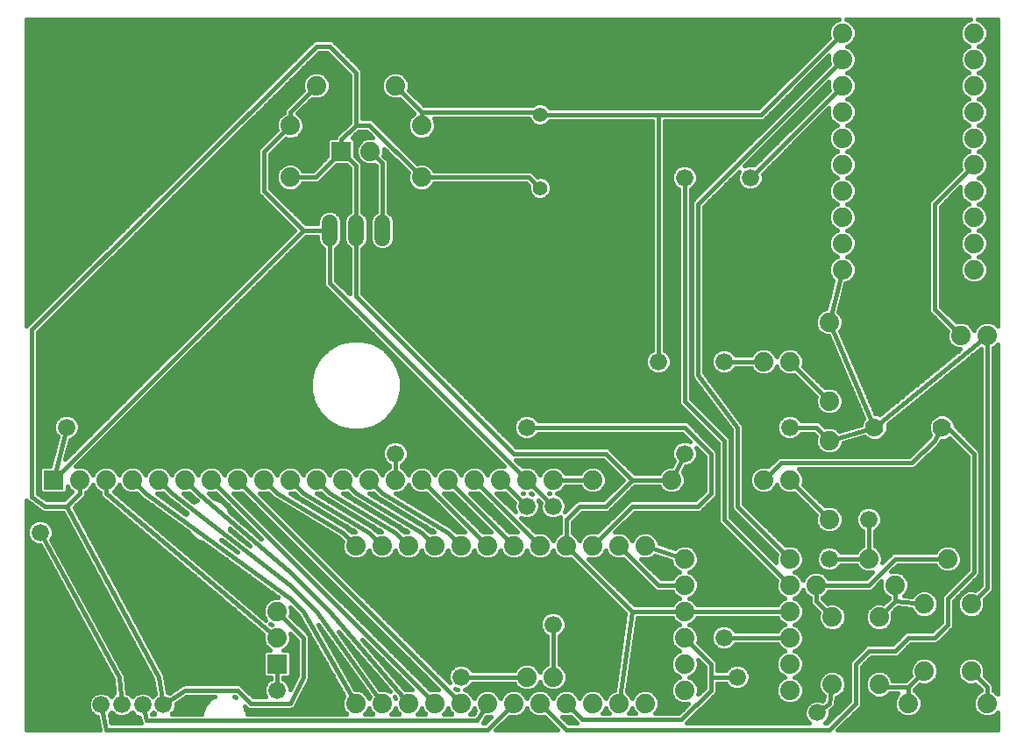
<source format=gbl>
G75*
G70*
%OFA0B0*%
%FSLAX24Y24*%
%IPPOS*%
%LPD*%
%AMOC8*
5,1,8,0,0,1.08239X$1,22.5*
%
%ADD10C,0.0740*%
%ADD11R,0.0740X0.0740*%
%ADD12C,0.0600*%
%ADD13C,0.0554*%
%ADD14C,0.0700*%
%ADD15C,0.0160*%
%ADD16C,0.0660*%
D10*
X010181Y004181D03*
X010181Y005181D03*
X013181Y007681D03*
X014181Y007681D03*
X015181Y007681D03*
X016181Y007681D03*
X017181Y007681D03*
X018181Y007681D03*
X019181Y007681D03*
X020181Y007681D03*
X021181Y007681D03*
X022181Y007681D03*
X023181Y007681D03*
X024181Y007681D03*
X025681Y007181D03*
X025681Y006181D03*
X025681Y005181D03*
X025681Y004181D03*
X025681Y003181D03*
X025681Y002181D03*
X024181Y001681D03*
X023181Y001681D03*
X022181Y001681D03*
X021181Y001681D03*
X020181Y001681D03*
X019181Y001681D03*
X018181Y001681D03*
X017181Y001681D03*
X016181Y001681D03*
X015181Y001681D03*
X014181Y001681D03*
X013181Y001681D03*
X019681Y002681D03*
X020681Y002681D03*
X029681Y002181D03*
X029681Y003181D03*
X029681Y004181D03*
X029681Y005181D03*
X029681Y006181D03*
X030681Y006181D03*
X031291Y004961D03*
X033071Y004961D03*
X033681Y006181D03*
X034791Y005461D03*
X036571Y005461D03*
X035681Y007181D03*
X032681Y007181D03*
X031181Y008681D03*
X029681Y007181D03*
X029681Y010181D03*
X028681Y010181D03*
X031181Y011681D03*
X031181Y013181D03*
X029681Y014681D03*
X028681Y014681D03*
X031181Y016181D03*
X031681Y018181D03*
X031681Y019181D03*
X031681Y020181D03*
X031681Y021181D03*
X031681Y022181D03*
X031681Y023181D03*
X031681Y024181D03*
X031681Y025181D03*
X031681Y026181D03*
X031681Y027181D03*
X036681Y027181D03*
X036681Y026181D03*
X036681Y025181D03*
X036681Y024181D03*
X036681Y023181D03*
X036681Y022181D03*
X036681Y021181D03*
X036681Y020181D03*
X036681Y019181D03*
X036681Y018181D03*
X036181Y015681D03*
X037181Y015681D03*
X025181Y010181D03*
X022181Y010181D03*
X020681Y010181D03*
X019681Y010181D03*
X018681Y010181D03*
X017681Y010181D03*
X016681Y010181D03*
X015681Y010181D03*
X014681Y010181D03*
X013681Y010181D03*
X012681Y010181D03*
X011681Y010181D03*
X010681Y010181D03*
X009681Y010181D03*
X008681Y010181D03*
X007681Y010181D03*
X006681Y010181D03*
X005681Y010181D03*
X004681Y010181D03*
X003681Y010181D03*
X002681Y010181D03*
X010681Y021697D03*
X010681Y023666D03*
X011681Y025181D03*
X014681Y025181D03*
X015681Y023666D03*
X013731Y022681D03*
X015681Y021697D03*
X034791Y002901D03*
X033071Y002401D03*
X034181Y001681D03*
X036571Y002901D03*
X037181Y001681D03*
X031291Y002401D03*
D11*
X010181Y003181D03*
X001681Y010181D03*
X012631Y022681D03*
D12*
X012181Y019981D02*
X012181Y019381D01*
X013181Y019381D02*
X013181Y019981D01*
X014181Y019981D02*
X014181Y019381D01*
D13*
X020181Y021281D03*
X020181Y024081D03*
D14*
X032902Y012181D03*
X035461Y012181D03*
D15*
X000661Y009402D02*
X000661Y000661D01*
X003441Y000661D01*
X003347Y001155D01*
X003224Y001206D01*
X003086Y001344D01*
X003011Y001524D01*
X003011Y001719D01*
X003086Y001899D01*
X003224Y002037D01*
X003404Y002111D01*
X003599Y002111D01*
X003779Y002037D01*
X003881Y001934D01*
X004003Y002056D01*
X003948Y002609D01*
X001175Y007691D01*
X001084Y007691D01*
X000904Y007766D01*
X000766Y007904D01*
X000691Y008084D01*
X000691Y008279D01*
X000766Y008459D01*
X000904Y008597D01*
X001084Y008671D01*
X001279Y008671D01*
X001459Y008597D01*
X001597Y008459D01*
X001671Y008279D01*
X001671Y008084D01*
X001601Y007914D01*
X004369Y002838D01*
X004370Y002837D01*
X004394Y002793D01*
X004415Y002754D01*
X004415Y002754D01*
X004415Y002753D01*
X004420Y002704D01*
X004425Y002659D01*
X004425Y002659D01*
X004483Y002088D01*
X004559Y002057D01*
X004691Y001924D01*
X004804Y002037D01*
X004984Y002111D01*
X005179Y002111D01*
X005359Y002037D01*
X005461Y001934D01*
X005551Y002024D01*
X005452Y002602D01*
X002038Y008941D01*
X001358Y008941D01*
X001328Y008937D01*
X001311Y008941D01*
X001294Y008941D01*
X001265Y008953D01*
X001236Y008961D01*
X001222Y008971D01*
X001205Y008978D01*
X001184Y009000D01*
X000742Y009331D01*
X000725Y009338D01*
X000704Y009360D01*
X000679Y009378D01*
X000670Y009393D01*
X000661Y009402D01*
X000661Y009377D02*
X000681Y009377D01*
X000661Y009218D02*
X000892Y009218D01*
X001104Y009060D02*
X000661Y009060D01*
X000661Y008901D02*
X002060Y008901D01*
X002145Y008743D02*
X000661Y008743D01*
X000661Y008584D02*
X000891Y008584D01*
X000752Y008426D02*
X000661Y008426D01*
X000661Y008267D02*
X000691Y008267D01*
X000691Y008109D02*
X000661Y008109D01*
X000661Y007950D02*
X000747Y007950D01*
X000661Y007791D02*
X000878Y007791D01*
X000661Y007633D02*
X001207Y007633D01*
X001294Y007474D02*
X000661Y007474D01*
X000661Y007316D02*
X001380Y007316D01*
X001467Y007157D02*
X000661Y007157D01*
X000661Y006999D02*
X001553Y006999D01*
X001640Y006840D02*
X000661Y006840D01*
X000661Y006682D02*
X001726Y006682D01*
X001813Y006523D02*
X000661Y006523D01*
X000661Y006365D02*
X001899Y006365D01*
X001985Y006206D02*
X000661Y006206D01*
X000661Y006048D02*
X002072Y006048D01*
X002158Y005889D02*
X000661Y005889D01*
X000661Y005730D02*
X002245Y005730D01*
X002331Y005572D02*
X000661Y005572D01*
X000661Y005413D02*
X002418Y005413D01*
X002504Y005255D02*
X000661Y005255D01*
X000661Y005096D02*
X002591Y005096D01*
X002677Y004938D02*
X000661Y004938D01*
X000661Y004779D02*
X002764Y004779D01*
X002850Y004621D02*
X000661Y004621D01*
X000661Y004462D02*
X002937Y004462D01*
X003023Y004304D02*
X000661Y004304D01*
X000661Y004145D02*
X003110Y004145D01*
X003196Y003986D02*
X000661Y003986D01*
X000661Y003828D02*
X003283Y003828D01*
X003369Y003669D02*
X000661Y003669D01*
X000661Y003511D02*
X003456Y003511D01*
X003542Y003352D02*
X000661Y003352D01*
X000661Y003194D02*
X003629Y003194D01*
X003715Y003035D02*
X000661Y003035D01*
X000661Y002877D02*
X003802Y002877D01*
X003888Y002718D02*
X000661Y002718D01*
X000661Y002560D02*
X003953Y002560D01*
X003969Y002401D02*
X000661Y002401D01*
X000661Y002242D02*
X003985Y002242D01*
X004001Y002084D02*
X003665Y002084D01*
X003338Y002084D02*
X000661Y002084D01*
X000661Y001925D02*
X003112Y001925D01*
X003031Y001767D02*
X000661Y001767D01*
X000661Y001608D02*
X003011Y001608D01*
X003042Y001450D02*
X000661Y001450D01*
X000661Y001291D02*
X003139Y001291D01*
X003351Y001133D02*
X000661Y001133D01*
X000661Y000974D02*
X003381Y000974D01*
X003411Y000816D02*
X000661Y000816D01*
X003500Y001630D02*
X003681Y000681D01*
X018181Y000681D01*
X019181Y001681D01*
X018681Y001859D02*
X018732Y001982D01*
X018881Y002131D01*
X019076Y002211D01*
X019287Y002211D01*
X019482Y002131D01*
X019631Y001982D01*
X019681Y001859D01*
X019732Y001982D01*
X019881Y002131D01*
X020076Y002211D01*
X020287Y002211D01*
X020482Y002131D01*
X020631Y001982D01*
X020681Y001859D01*
X020732Y001982D01*
X020881Y002131D01*
X021076Y002211D01*
X021287Y002211D01*
X021482Y002131D01*
X021631Y001982D01*
X021681Y001859D01*
X021732Y001982D01*
X021881Y002131D01*
X022076Y002211D01*
X022287Y002211D01*
X022482Y002131D01*
X022631Y001982D01*
X022681Y001859D01*
X022732Y001982D01*
X022881Y002131D01*
X023011Y002184D01*
X023427Y005097D01*
X021347Y007176D01*
X021287Y007151D01*
X021076Y007151D01*
X020881Y007232D01*
X020732Y007381D01*
X020681Y007504D01*
X020631Y007381D01*
X020482Y007232D01*
X020287Y007151D01*
X020076Y007151D01*
X019881Y007232D01*
X019732Y007381D01*
X019681Y007504D01*
X019631Y007381D01*
X019482Y007232D01*
X019287Y007151D01*
X019076Y007151D01*
X018881Y007232D01*
X018732Y007381D01*
X018681Y007504D01*
X018631Y007381D01*
X018482Y007232D01*
X018287Y007151D01*
X018076Y007151D01*
X017881Y007232D01*
X017732Y007381D01*
X017681Y007504D01*
X017631Y007381D01*
X017482Y007232D01*
X017287Y007151D01*
X017076Y007151D01*
X016881Y007232D01*
X016732Y007381D01*
X016681Y007504D01*
X016631Y007381D01*
X016482Y007232D01*
X016287Y007151D01*
X016076Y007151D01*
X015881Y007232D01*
X015732Y007381D01*
X015681Y007504D01*
X015631Y007381D01*
X015482Y007232D01*
X015287Y007151D01*
X015076Y007151D01*
X014881Y007232D01*
X014732Y007381D01*
X014681Y007504D01*
X014631Y007381D01*
X014482Y007232D01*
X014287Y007151D01*
X014076Y007151D01*
X013881Y007232D01*
X013732Y007381D01*
X013681Y007504D01*
X013631Y007381D01*
X013482Y007232D01*
X013287Y007151D01*
X013076Y007151D01*
X012881Y007232D01*
X012732Y007381D01*
X012651Y007576D01*
X012651Y007787D01*
X012676Y007847D01*
X012533Y007991D01*
X010073Y009466D01*
X010045Y009478D01*
X010033Y009491D01*
X010017Y009500D01*
X009999Y009524D01*
X009847Y009676D01*
X009787Y009651D01*
X009576Y009651D01*
X009533Y009669D01*
X016743Y002459D01*
X016691Y002584D01*
X016691Y002779D01*
X016766Y002959D01*
X016904Y003097D01*
X017084Y003171D01*
X017279Y003171D01*
X017459Y003097D01*
X017597Y002959D01*
X017612Y002921D01*
X019207Y002921D01*
X019232Y002982D01*
X019381Y003131D01*
X019576Y003211D01*
X019787Y003211D01*
X019982Y003131D01*
X020131Y002982D01*
X020181Y002859D01*
X020232Y002982D01*
X020381Y003131D01*
X020441Y003156D01*
X020441Y004250D01*
X020404Y004266D01*
X020266Y004404D01*
X020191Y004584D01*
X020191Y004779D01*
X020266Y004959D01*
X020404Y005097D01*
X020584Y005171D01*
X020779Y005171D01*
X020959Y005097D01*
X021097Y004959D01*
X021171Y004779D01*
X023382Y004779D01*
X023359Y004621D02*
X021171Y004621D01*
X021171Y004584D02*
X021097Y004404D01*
X020959Y004266D01*
X020921Y004250D01*
X020921Y003156D01*
X020982Y003131D01*
X021131Y002982D01*
X021211Y002787D01*
X021211Y002576D01*
X021131Y002381D01*
X020982Y002232D01*
X020787Y002151D01*
X020576Y002151D01*
X020381Y002232D01*
X020232Y002381D01*
X020181Y002504D01*
X020131Y002381D01*
X019982Y002232D01*
X019787Y002151D01*
X019576Y002151D01*
X019381Y002232D01*
X019232Y002381D01*
X019207Y002441D01*
X017612Y002441D01*
X017597Y002404D01*
X017459Y002266D01*
X017307Y002203D01*
X017482Y002131D01*
X017631Y001982D01*
X017681Y001859D01*
X017732Y001982D01*
X017881Y002131D01*
X018076Y002211D01*
X018287Y002211D01*
X018482Y002131D01*
X018631Y001982D01*
X018681Y001859D01*
X018654Y001925D02*
X018709Y001925D01*
X018834Y002084D02*
X018528Y002084D01*
X018181Y001681D02*
X017801Y001041D01*
X005221Y001041D01*
X005075Y001630D01*
X004692Y001925D02*
X004690Y001925D01*
X004493Y002084D02*
X004918Y002084D01*
X005245Y002084D02*
X005541Y002084D01*
X005514Y002242D02*
X004467Y002242D01*
X004451Y002401D02*
X005486Y002401D01*
X005459Y002560D02*
X004435Y002560D01*
X004419Y002718D02*
X005389Y002718D01*
X005304Y002877D02*
X004348Y002877D01*
X004262Y003035D02*
X005218Y003035D01*
X005133Y003194D02*
X004175Y003194D01*
X004089Y003352D02*
X005048Y003352D01*
X004962Y003511D02*
X004002Y003511D01*
X003916Y003669D02*
X004877Y003669D01*
X004791Y003828D02*
X003829Y003828D01*
X003743Y003986D02*
X004706Y003986D01*
X004621Y004145D02*
X003656Y004145D01*
X003570Y004304D02*
X004535Y004304D01*
X004450Y004462D02*
X003483Y004462D01*
X003397Y004621D02*
X004365Y004621D01*
X004279Y004779D02*
X003311Y004779D01*
X003224Y004938D02*
X004194Y004938D01*
X004109Y005096D02*
X003138Y005096D01*
X003051Y005255D02*
X004023Y005255D01*
X003938Y005413D02*
X002965Y005413D01*
X002878Y005572D02*
X003852Y005572D01*
X003767Y005730D02*
X002792Y005730D01*
X002705Y005889D02*
X003682Y005889D01*
X003596Y006048D02*
X002619Y006048D01*
X002532Y006206D02*
X003511Y006206D01*
X003426Y006365D02*
X002446Y006365D01*
X002359Y006523D02*
X003340Y006523D01*
X003255Y006682D02*
X002273Y006682D01*
X002186Y006840D02*
X003169Y006840D01*
X003084Y006999D02*
X002100Y006999D01*
X002013Y007157D02*
X002999Y007157D01*
X002913Y007316D02*
X001927Y007316D01*
X001840Y007474D02*
X002828Y007474D01*
X002743Y007633D02*
X001754Y007633D01*
X001667Y007791D02*
X002657Y007791D01*
X002572Y007950D02*
X001616Y007950D01*
X001671Y008109D02*
X002486Y008109D01*
X002401Y008267D02*
X001671Y008267D01*
X001611Y008426D02*
X002316Y008426D01*
X002230Y008584D02*
X001472Y008584D01*
X001181Y008181D02*
X004181Y002681D01*
X004288Y001630D01*
X004624Y001291D02*
X004719Y001291D01*
X004671Y001338D02*
X004804Y001206D01*
X004948Y001146D01*
X004981Y001012D01*
X004981Y000994D01*
X004993Y000966D01*
X005000Y000937D01*
X005011Y000922D01*
X005011Y000921D01*
X003880Y000921D01*
X003818Y001245D01*
X003901Y001328D01*
X004004Y001226D01*
X004184Y001151D01*
X004379Y001151D01*
X004559Y001226D01*
X004671Y001338D01*
X004951Y001133D02*
X003840Y001133D01*
X003864Y001291D02*
X003939Y001291D01*
X003870Y000974D02*
X004990Y000974D01*
X005434Y001281D02*
X005529Y001281D01*
X005481Y001328D01*
X005434Y001281D01*
X005444Y001291D02*
X005519Y001291D01*
X005863Y001630D02*
X005681Y002681D01*
X002181Y009181D01*
X001341Y009181D01*
X000861Y009541D01*
X000861Y015901D01*
X011681Y026681D01*
X012181Y026681D01*
X013181Y025681D01*
X013181Y023681D01*
X013697Y023681D01*
X015681Y021697D01*
X019766Y021697D01*
X020181Y021281D01*
X019780Y021109D02*
X014421Y021109D01*
X014421Y020951D02*
X019894Y020951D01*
X019934Y020911D02*
X020094Y020844D01*
X020268Y020844D01*
X020429Y020911D01*
X020552Y021034D01*
X020619Y021194D01*
X020619Y021368D01*
X020552Y021529D01*
X020429Y021652D01*
X020268Y021719D01*
X020094Y021719D01*
X020087Y021715D01*
X019902Y021901D01*
X019813Y021937D01*
X019718Y021937D01*
X016156Y021937D01*
X016131Y021997D01*
X015982Y022146D01*
X015787Y022227D01*
X015576Y022227D01*
X015516Y022202D01*
X013833Y023885D01*
X013745Y023921D01*
X013649Y023921D01*
X013421Y023921D01*
X013421Y025729D01*
X013385Y025817D01*
X013317Y025885D01*
X012317Y026885D01*
X012229Y026921D01*
X012134Y026921D01*
X011682Y026921D01*
X011634Y026921D01*
X011634Y026921D01*
X011634Y026921D01*
X011583Y026900D01*
X011546Y026885D01*
X011546Y026885D01*
X011545Y026885D01*
X011503Y026842D01*
X000726Y016105D01*
X000725Y016105D01*
X000690Y016070D01*
X000661Y016041D01*
X000661Y027697D01*
X031542Y027697D01*
X031381Y027631D01*
X031232Y027482D01*
X031151Y027287D01*
X031151Y027076D01*
X031176Y027016D01*
X028482Y024321D01*
X024729Y024321D01*
X024634Y024321D01*
X020555Y024321D01*
X020552Y024329D01*
X020429Y024452D01*
X020268Y024519D01*
X020094Y024519D01*
X019934Y024452D01*
X019903Y024421D01*
X015781Y024421D01*
X015186Y025016D01*
X015211Y025076D01*
X015211Y025287D01*
X015131Y025482D01*
X014982Y025631D01*
X014787Y025711D01*
X014576Y025711D01*
X014381Y025631D01*
X014232Y025482D01*
X014151Y025287D01*
X014151Y025076D01*
X014232Y024881D01*
X014381Y024732D01*
X014576Y024651D01*
X014787Y024651D01*
X014847Y024676D01*
X015400Y024123D01*
X015381Y024115D01*
X015232Y023966D01*
X015151Y023771D01*
X015151Y023560D01*
X015232Y023365D01*
X015381Y023216D01*
X015576Y023136D01*
X015787Y023136D01*
X015982Y023216D01*
X016131Y023365D01*
X016211Y023560D01*
X016211Y023771D01*
X016141Y023941D01*
X019766Y023941D01*
X019811Y023834D01*
X019934Y023711D01*
X020094Y023644D01*
X020268Y023644D01*
X020429Y023711D01*
X020552Y023834D01*
X020555Y023841D01*
X024441Y023841D01*
X024441Y015112D01*
X024404Y015097D01*
X024266Y014959D01*
X024191Y014779D01*
X024191Y014584D01*
X024266Y014404D01*
X024404Y014266D01*
X024584Y014191D01*
X024779Y014191D01*
X024959Y014266D01*
X025097Y014404D01*
X025171Y014584D01*
X025171Y014779D01*
X025097Y014959D01*
X024959Y015097D01*
X024921Y015112D01*
X024921Y023841D01*
X028534Y023841D01*
X028629Y023841D01*
X028717Y023878D01*
X031169Y026330D01*
X031151Y026287D01*
X031151Y026076D01*
X031176Y026016D01*
X026045Y020885D01*
X025978Y020817D01*
X025941Y020729D01*
X025941Y014198D01*
X025937Y014168D01*
X025941Y014151D01*
X025941Y014134D01*
X025953Y014105D01*
X025961Y014076D01*
X025971Y014062D01*
X025978Y014045D01*
X026000Y014024D01*
X027441Y012101D01*
X027441Y009229D01*
X027441Y009134D01*
X027478Y009045D01*
X029176Y007347D01*
X029151Y007287D01*
X029151Y007076D01*
X029169Y007033D01*
X027421Y008781D01*
X027421Y011634D01*
X027421Y011729D01*
X027385Y011817D01*
X025921Y013281D01*
X025921Y021250D01*
X025959Y021266D01*
X026097Y021404D01*
X026171Y021584D01*
X026171Y021779D01*
X026097Y021959D01*
X025959Y022097D01*
X025779Y022171D01*
X025584Y022171D01*
X025404Y022097D01*
X025266Y021959D01*
X025191Y021779D01*
X025191Y021584D01*
X025266Y021404D01*
X025404Y021266D01*
X025441Y021250D01*
X025441Y013134D01*
X025478Y013045D01*
X025545Y012978D01*
X026941Y011582D01*
X026941Y008634D01*
X026978Y008545D01*
X027045Y008478D01*
X029176Y006347D01*
X029151Y006287D01*
X029151Y006076D01*
X029232Y005881D01*
X029381Y005732D01*
X029504Y005681D01*
X029381Y005631D01*
X029232Y005482D01*
X029207Y005421D01*
X026156Y005421D01*
X026131Y005482D01*
X025982Y005631D01*
X025859Y005681D01*
X025982Y005732D01*
X026131Y005881D01*
X026211Y006076D01*
X026211Y006287D01*
X026131Y006482D01*
X025982Y006631D01*
X025859Y006681D01*
X025982Y006732D01*
X026131Y006881D01*
X026211Y007076D01*
X026211Y007287D01*
X026131Y007482D01*
X025982Y007631D01*
X025787Y007711D01*
X025576Y007711D01*
X025381Y007631D01*
X025309Y007559D01*
X024711Y007758D01*
X024711Y007787D01*
X024631Y007982D01*
X024482Y008131D01*
X024287Y008211D01*
X024076Y008211D01*
X023881Y008131D01*
X023732Y007982D01*
X023681Y007859D01*
X023631Y007982D01*
X023482Y008131D01*
X023287Y008211D01*
X023076Y008211D01*
X023033Y008194D01*
X023781Y008941D01*
X026134Y008941D01*
X026229Y008941D01*
X026317Y008978D01*
X026817Y009478D01*
X026885Y009545D01*
X026921Y009634D01*
X026921Y011134D01*
X026921Y011229D01*
X026885Y011317D01*
X025817Y012385D01*
X025729Y012421D01*
X025634Y012421D01*
X020112Y012421D01*
X020097Y012459D01*
X019959Y012597D01*
X019779Y012671D01*
X019584Y012671D01*
X019404Y012597D01*
X019266Y012459D01*
X019191Y012279D01*
X019191Y012084D01*
X019266Y011904D01*
X019404Y011766D01*
X019584Y011691D01*
X019779Y011691D01*
X019959Y011766D01*
X020097Y011904D01*
X020112Y011941D01*
X025582Y011941D01*
X025904Y011620D01*
X025779Y011671D01*
X025584Y011671D01*
X025404Y011597D01*
X025266Y011459D01*
X025191Y011279D01*
X025191Y011084D01*
X025266Y010904D01*
X025272Y010898D01*
X025178Y010711D01*
X025076Y010711D01*
X024881Y010631D01*
X024732Y010482D01*
X024707Y010421D01*
X023781Y010421D01*
X022885Y011317D01*
X022817Y011385D01*
X022729Y011421D01*
X019281Y011421D01*
X013421Y017281D01*
X013421Y018983D01*
X013442Y018991D01*
X013571Y019121D01*
X013641Y019290D01*
X013641Y020073D01*
X013571Y020242D01*
X013442Y020371D01*
X013421Y020380D01*
X013421Y022084D01*
X013421Y022179D01*
X013385Y022267D01*
X013161Y022491D01*
X013161Y023118D01*
X013068Y023211D01*
X013051Y023211D01*
X013281Y023441D01*
X013598Y023441D01*
X013828Y023211D01*
X013626Y023211D01*
X013431Y023131D01*
X013282Y022982D01*
X013201Y022787D01*
X013201Y022576D01*
X013282Y022381D01*
X013431Y022232D01*
X013626Y022151D01*
X013837Y022151D01*
X013897Y022176D01*
X013941Y022132D01*
X013941Y020380D01*
X013921Y020371D01*
X013791Y020242D01*
X013721Y020073D01*
X013721Y019290D01*
X013791Y019121D01*
X013921Y018991D01*
X014090Y018921D01*
X014273Y018921D01*
X014442Y018991D01*
X014571Y019121D01*
X014641Y019290D01*
X014641Y020073D01*
X014571Y020242D01*
X014442Y020371D01*
X014421Y020380D01*
X014421Y022184D01*
X014421Y022279D01*
X014385Y022367D01*
X014236Y022516D01*
X014261Y022576D01*
X014261Y022778D01*
X015176Y021863D01*
X015151Y021803D01*
X015151Y021592D01*
X015232Y021397D01*
X015381Y021248D01*
X015576Y021167D01*
X015787Y021167D01*
X015982Y021248D01*
X016131Y021397D01*
X016156Y021457D01*
X019666Y021457D01*
X019747Y021376D01*
X019744Y021368D01*
X019744Y021194D01*
X019811Y021034D01*
X019934Y020911D01*
X019744Y021268D02*
X016001Y021268D01*
X016143Y021426D02*
X019697Y021426D01*
X020059Y021743D02*
X024441Y021743D01*
X024441Y021585D02*
X020496Y021585D01*
X020595Y021426D02*
X024441Y021426D01*
X024441Y021268D02*
X020619Y021268D01*
X020583Y021109D02*
X024441Y021109D01*
X024441Y020951D02*
X020469Y020951D01*
X019899Y021902D02*
X024441Y021902D01*
X024441Y022060D02*
X016068Y022060D01*
X015807Y022219D02*
X024441Y022219D01*
X024441Y022377D02*
X015340Y022377D01*
X015499Y022219D02*
X015556Y022219D01*
X015182Y022536D02*
X024441Y022536D01*
X024441Y022695D02*
X015023Y022695D01*
X014865Y022853D02*
X024441Y022853D01*
X024441Y023012D02*
X014706Y023012D01*
X014548Y023170D02*
X015493Y023170D01*
X015269Y023329D02*
X014389Y023329D01*
X014231Y023487D02*
X015182Y023487D01*
X015151Y023646D02*
X014072Y023646D01*
X013914Y023804D02*
X015165Y023804D01*
X015231Y023963D02*
X013421Y023963D01*
X013421Y024121D02*
X015397Y024121D01*
X015243Y024280D02*
X013421Y024280D01*
X013421Y024439D02*
X015085Y024439D01*
X014926Y024597D02*
X013421Y024597D01*
X013421Y024756D02*
X014358Y024756D01*
X014218Y024914D02*
X013421Y024914D01*
X013421Y025073D02*
X014153Y025073D01*
X014151Y025231D02*
X013421Y025231D01*
X013421Y025390D02*
X014194Y025390D01*
X014299Y025548D02*
X013421Y025548D01*
X013421Y025707D02*
X014565Y025707D01*
X014798Y025707D02*
X029868Y025707D01*
X030026Y025865D02*
X013337Y025865D01*
X013178Y026024D02*
X030185Y026024D01*
X030343Y026183D02*
X013020Y026183D01*
X012861Y026341D02*
X030502Y026341D01*
X030660Y026500D02*
X012703Y026500D01*
X012544Y026658D02*
X030819Y026658D01*
X030977Y026817D02*
X012386Y026817D01*
X012082Y026441D02*
X012941Y025582D01*
X012941Y023781D01*
X012428Y023267D01*
X012405Y023211D01*
X012195Y023211D01*
X012101Y023118D01*
X012101Y022491D01*
X011548Y021937D01*
X011156Y021937D01*
X011131Y021997D01*
X010982Y022146D01*
X010787Y022227D01*
X010576Y022227D01*
X010381Y022146D01*
X010232Y021997D01*
X010151Y021803D01*
X010151Y021592D01*
X010232Y021397D01*
X010381Y021248D01*
X010576Y021167D01*
X010787Y021167D01*
X010982Y021248D01*
X011131Y021397D01*
X011156Y021457D01*
X011599Y021457D01*
X011695Y021457D01*
X011783Y021494D01*
X012441Y022151D01*
X012822Y022151D01*
X012941Y022032D01*
X012941Y020380D01*
X012921Y020371D01*
X012791Y020242D01*
X012721Y020073D01*
X012721Y019290D01*
X012791Y019121D01*
X012921Y018991D01*
X012941Y018983D01*
X012941Y017261D01*
X012421Y017781D01*
X012421Y018983D01*
X012442Y018991D01*
X012571Y019121D01*
X012641Y019290D01*
X012641Y020073D01*
X012571Y020242D01*
X012442Y020371D01*
X012273Y020441D01*
X012090Y020441D01*
X011921Y020371D01*
X011791Y020242D01*
X011721Y020073D01*
X011721Y019921D01*
X011281Y019921D01*
X009921Y021281D01*
X009921Y022566D01*
X010516Y023161D01*
X010576Y023136D01*
X010787Y023136D01*
X010982Y023216D01*
X011131Y023365D01*
X011211Y023560D01*
X011211Y023771D01*
X011131Y023966D01*
X010982Y024115D01*
X010962Y024123D01*
X011516Y024676D01*
X011576Y024651D01*
X011787Y024651D01*
X011982Y024732D01*
X012131Y024881D01*
X012211Y025076D01*
X012211Y025287D01*
X012131Y025482D01*
X011982Y025631D01*
X011787Y025711D01*
X011576Y025711D01*
X011381Y025631D01*
X011232Y025482D01*
X011151Y025287D01*
X011151Y025076D01*
X011176Y025016D01*
X010478Y024317D01*
X010441Y024229D01*
X010441Y024140D01*
X010381Y024115D01*
X010232Y023966D01*
X010151Y023771D01*
X010151Y023560D01*
X010176Y023500D01*
X009478Y022802D01*
X009441Y022713D01*
X009441Y022618D01*
X009441Y021134D01*
X009478Y021045D01*
X009545Y020978D01*
X010842Y019681D01*
X002124Y010964D01*
X002309Y011704D01*
X002459Y011766D01*
X002597Y011904D01*
X002671Y012084D01*
X002671Y012279D01*
X002597Y012459D01*
X002459Y012597D01*
X002279Y012671D01*
X002084Y012671D01*
X001904Y012597D01*
X001766Y012459D01*
X001691Y012279D01*
X001691Y012084D01*
X001766Y011904D01*
X001845Y011825D01*
X001567Y010711D01*
X001245Y010711D01*
X001151Y010618D01*
X001151Y009745D01*
X001245Y009651D01*
X002118Y009651D01*
X002211Y009745D01*
X002211Y009931D01*
X002232Y009881D01*
X002381Y009732D01*
X002389Y009729D01*
X002082Y009421D01*
X001421Y009421D01*
X001101Y009661D01*
X001101Y015802D01*
X011781Y026441D01*
X012082Y026441D01*
X012182Y026341D02*
X011680Y026341D01*
X011521Y026183D02*
X012341Y026183D01*
X012499Y026024D02*
X011362Y026024D01*
X011202Y025865D02*
X012658Y025865D01*
X012816Y025707D02*
X011798Y025707D01*
X011565Y025707D02*
X011043Y025707D01*
X010884Y025548D02*
X011299Y025548D01*
X011194Y025390D02*
X010725Y025390D01*
X010566Y025231D02*
X011151Y025231D01*
X011153Y025073D02*
X010407Y025073D01*
X010248Y024914D02*
X011075Y024914D01*
X010916Y024756D02*
X010088Y024756D01*
X009929Y024597D02*
X010758Y024597D01*
X010599Y024439D02*
X009770Y024439D01*
X009611Y024280D02*
X010463Y024280D01*
X010397Y024121D02*
X009452Y024121D01*
X009293Y023963D02*
X010231Y023963D01*
X010165Y023804D02*
X009134Y023804D01*
X008975Y023646D02*
X010151Y023646D01*
X010164Y023487D02*
X008815Y023487D01*
X008656Y023329D02*
X010005Y023329D01*
X009847Y023170D02*
X008497Y023170D01*
X008338Y023012D02*
X009688Y023012D01*
X009529Y022853D02*
X008179Y022853D01*
X008020Y022695D02*
X009441Y022695D01*
X009441Y022536D02*
X007861Y022536D01*
X007701Y022377D02*
X009441Y022377D01*
X009441Y022219D02*
X007542Y022219D01*
X007383Y022060D02*
X009441Y022060D01*
X009441Y021902D02*
X007224Y021902D01*
X007065Y021743D02*
X009441Y021743D01*
X009441Y021585D02*
X006906Y021585D01*
X006747Y021426D02*
X009441Y021426D01*
X009441Y021268D02*
X006588Y021268D01*
X006428Y021109D02*
X009452Y021109D01*
X009573Y020951D02*
X006269Y020951D01*
X006110Y020792D02*
X009731Y020792D01*
X009890Y020634D02*
X005951Y020634D01*
X005792Y020475D02*
X010048Y020475D01*
X010207Y020316D02*
X005633Y020316D01*
X005474Y020158D02*
X010366Y020158D01*
X010524Y019999D02*
X005315Y019999D01*
X005155Y019841D02*
X010683Y019841D01*
X010841Y019682D02*
X004996Y019682D01*
X004837Y019524D02*
X010684Y019524D01*
X010526Y019365D02*
X004678Y019365D01*
X004519Y019207D02*
X010367Y019207D01*
X010209Y019048D02*
X004360Y019048D01*
X004201Y018890D02*
X010050Y018890D01*
X009892Y018731D02*
X004041Y018731D01*
X003882Y018572D02*
X009733Y018572D01*
X009575Y018414D02*
X003723Y018414D01*
X003564Y018255D02*
X009416Y018255D01*
X009257Y018097D02*
X003405Y018097D01*
X003246Y017938D02*
X009099Y017938D01*
X008940Y017780D02*
X003087Y017780D01*
X002928Y017621D02*
X008782Y017621D01*
X008623Y017463D02*
X002768Y017463D01*
X002609Y017304D02*
X008465Y017304D01*
X008306Y017146D02*
X002450Y017146D01*
X002291Y016987D02*
X008148Y016987D01*
X007989Y016828D02*
X002132Y016828D01*
X001973Y016670D02*
X007831Y016670D01*
X007672Y016511D02*
X001814Y016511D01*
X001654Y016353D02*
X007513Y016353D01*
X007355Y016194D02*
X001495Y016194D01*
X001336Y016036D02*
X007196Y016036D01*
X007038Y015877D02*
X001177Y015877D01*
X001101Y015719D02*
X006879Y015719D01*
X006721Y015560D02*
X001101Y015560D01*
X001101Y015402D02*
X006562Y015402D01*
X006404Y015243D02*
X001101Y015243D01*
X001101Y015084D02*
X006245Y015084D01*
X006087Y014926D02*
X001101Y014926D01*
X001101Y014767D02*
X005928Y014767D01*
X005769Y014609D02*
X001101Y014609D01*
X001101Y014450D02*
X005611Y014450D01*
X005452Y014292D02*
X001101Y014292D01*
X001101Y014133D02*
X005294Y014133D01*
X005135Y013975D02*
X001101Y013975D01*
X001101Y013816D02*
X004977Y013816D01*
X004818Y013658D02*
X001101Y013658D01*
X001101Y013499D02*
X004660Y013499D01*
X004501Y013341D02*
X001101Y013341D01*
X001101Y013182D02*
X004343Y013182D01*
X004184Y013023D02*
X001101Y013023D01*
X001101Y012865D02*
X004026Y012865D01*
X003867Y012706D02*
X001101Y012706D01*
X001101Y012548D02*
X001855Y012548D01*
X001737Y012389D02*
X001101Y012389D01*
X001101Y012231D02*
X001691Y012231D01*
X001696Y012072D02*
X001101Y012072D01*
X001101Y011914D02*
X001762Y011914D01*
X001827Y011755D02*
X001101Y011755D01*
X001101Y011597D02*
X001788Y011597D01*
X001748Y011438D02*
X001101Y011438D01*
X001101Y011279D02*
X001709Y011279D01*
X001669Y011121D02*
X001101Y011121D01*
X001101Y010962D02*
X001629Y010962D01*
X001590Y010804D02*
X001101Y010804D01*
X001101Y010645D02*
X001179Y010645D01*
X001151Y010487D02*
X001101Y010487D01*
X001101Y010328D02*
X001151Y010328D01*
X001151Y010170D02*
X001101Y010170D01*
X001101Y010011D02*
X001151Y010011D01*
X001151Y009853D02*
X001101Y009853D01*
X001101Y009694D02*
X001203Y009694D01*
X001269Y009535D02*
X002196Y009535D01*
X002160Y009694D02*
X002355Y009694D01*
X002261Y009853D02*
X002211Y009853D01*
X002681Y009681D02*
X002681Y010181D01*
X002681Y009681D02*
X002181Y009181D01*
X002477Y009138D02*
X002885Y009545D01*
X002921Y009634D01*
X002921Y009707D01*
X002982Y009732D01*
X003131Y009881D01*
X003181Y010004D01*
X003232Y009881D01*
X003381Y009732D01*
X003438Y009708D01*
X003441Y009671D01*
X003441Y009634D01*
X003445Y009624D01*
X003446Y009614D01*
X003464Y009580D01*
X003478Y009545D01*
X003485Y009538D01*
X003490Y009529D01*
X003519Y009505D01*
X003545Y009478D01*
X003555Y009474D01*
X009660Y004308D01*
X009651Y004287D01*
X009651Y004076D01*
X009732Y003881D01*
X009881Y003732D01*
X009931Y003711D01*
X009745Y003711D01*
X009651Y003618D01*
X009651Y002745D01*
X009745Y002651D01*
X009941Y002651D01*
X009941Y002612D01*
X009904Y002597D01*
X009766Y002459D01*
X009691Y002279D01*
X009691Y002084D01*
X009118Y002084D01*
X008960Y002242D02*
X009691Y002242D01*
X009691Y002084D02*
X009759Y001921D01*
X009281Y001921D01*
X008885Y002317D01*
X008817Y002385D01*
X008729Y002421D01*
X006705Y002421D01*
X006681Y002426D01*
X006657Y002421D01*
X006634Y002421D01*
X006611Y002412D01*
X006587Y002407D01*
X006567Y002394D01*
X006545Y002385D01*
X006528Y002367D01*
X006094Y002075D01*
X006024Y002104D01*
X005919Y002714D01*
X005915Y002753D01*
X005911Y002761D01*
X005910Y002769D01*
X005889Y002803D01*
X002477Y009138D01*
X002519Y009060D02*
X004044Y009060D01*
X003857Y009218D02*
X002558Y009218D01*
X002716Y009377D02*
X003670Y009377D01*
X003487Y009535D02*
X002875Y009535D01*
X002921Y009694D02*
X003440Y009694D01*
X003261Y009853D02*
X003102Y009853D01*
X003681Y009681D02*
X003681Y010181D01*
X003681Y009681D02*
X010181Y004181D01*
X009688Y003986D02*
X005251Y003986D01*
X005337Y003828D02*
X009785Y003828D01*
X009703Y003669D02*
X005422Y003669D01*
X005507Y003511D02*
X009651Y003511D01*
X009651Y003352D02*
X005593Y003352D01*
X005678Y003194D02*
X009651Y003194D01*
X009651Y003035D02*
X005763Y003035D01*
X005849Y002877D02*
X009651Y002877D01*
X009678Y002718D02*
X005919Y002718D01*
X005946Y002560D02*
X009867Y002560D01*
X009742Y002401D02*
X008778Y002401D01*
X008681Y002181D02*
X006681Y002181D01*
X005863Y001630D01*
X006204Y001291D02*
X007308Y001291D01*
X007308Y001281D02*
X006194Y001281D01*
X006277Y001364D01*
X006351Y001544D01*
X006351Y001670D01*
X006755Y001941D01*
X007824Y001941D01*
X007686Y001885D01*
X007441Y001639D01*
X007308Y001318D01*
X007308Y001281D01*
X007362Y001450D02*
X006312Y001450D01*
X006351Y001608D02*
X007428Y001608D01*
X007569Y001767D02*
X006495Y001767D01*
X006731Y001925D02*
X007785Y001925D01*
X008539Y001941D02*
X008582Y001941D01*
X008612Y001911D01*
X008539Y001941D01*
X008578Y001925D02*
X008598Y001925D01*
X008681Y002181D02*
X009181Y001681D01*
X010681Y001681D01*
X011181Y002681D01*
X011181Y004181D01*
X010181Y005181D01*
X009822Y005572D02*
X008910Y005572D01*
X009097Y005413D02*
X009704Y005413D01*
X009732Y005482D02*
X009651Y005287D01*
X009651Y005076D01*
X009732Y004881D01*
X009766Y004847D01*
X003987Y009737D01*
X004131Y009881D01*
X004181Y010004D01*
X004232Y009881D01*
X004381Y009732D01*
X004576Y009651D01*
X004787Y009651D01*
X004847Y009676D01*
X004992Y009532D01*
X005002Y009515D01*
X005025Y009499D01*
X005045Y009478D01*
X005063Y009471D01*
X006828Y008187D01*
X006844Y008147D01*
X007090Y007901D01*
X007394Y007775D01*
X010232Y005711D01*
X010076Y005711D01*
X009881Y005631D01*
X009732Y005482D01*
X009651Y005255D02*
X009284Y005255D01*
X009472Y005096D02*
X009651Y005096D01*
X009659Y004938D02*
X009709Y004938D01*
X009922Y004715D02*
X010004Y004681D01*
X009976Y004670D01*
X009922Y004715D01*
X009658Y004304D02*
X005081Y004304D01*
X004995Y004462D02*
X009478Y004462D01*
X009291Y004621D02*
X004910Y004621D01*
X004824Y004779D02*
X009103Y004779D01*
X008916Y004938D02*
X004739Y004938D01*
X004654Y005096D02*
X008729Y005096D01*
X008541Y005255D02*
X004568Y005255D01*
X004483Y005413D02*
X008354Y005413D01*
X008167Y005572D02*
X004398Y005572D01*
X004312Y005730D02*
X007979Y005730D01*
X007792Y005889D02*
X004227Y005889D01*
X004141Y006048D02*
X007604Y006048D01*
X007417Y006206D02*
X004056Y006206D01*
X003971Y006365D02*
X007230Y006365D01*
X007042Y006523D02*
X003885Y006523D01*
X003800Y006682D02*
X006855Y006682D01*
X006668Y006840D02*
X003715Y006840D01*
X003629Y006999D02*
X006480Y006999D01*
X006293Y007157D02*
X003544Y007157D01*
X003459Y007316D02*
X006105Y007316D01*
X005918Y007474D02*
X003373Y007474D01*
X003288Y007633D02*
X005731Y007633D01*
X005543Y007791D02*
X003202Y007791D01*
X003117Y007950D02*
X005356Y007950D01*
X005169Y008109D02*
X003032Y008109D01*
X002946Y008267D02*
X004981Y008267D01*
X004794Y008426D02*
X002861Y008426D01*
X002776Y008584D02*
X004607Y008584D01*
X004419Y008743D02*
X002690Y008743D01*
X002605Y008901D02*
X004232Y008901D01*
X004600Y009218D02*
X005410Y009218D01*
X005628Y009060D02*
X004787Y009060D01*
X004975Y008901D02*
X005846Y008901D01*
X006064Y008743D02*
X005162Y008743D01*
X005350Y008584D02*
X006282Y008584D01*
X006500Y008426D02*
X005537Y008426D01*
X005724Y008267D02*
X006718Y008267D01*
X006883Y008109D02*
X005912Y008109D01*
X006099Y007950D02*
X007041Y007950D01*
X007355Y007791D02*
X006286Y007791D01*
X006474Y007633D02*
X007590Y007633D01*
X007808Y007474D02*
X006661Y007474D01*
X006849Y007316D02*
X008026Y007316D01*
X008244Y007157D02*
X007036Y007157D01*
X007223Y006999D02*
X008462Y006999D01*
X008680Y006840D02*
X007411Y006840D01*
X007598Y006682D02*
X008898Y006682D01*
X009116Y006523D02*
X007785Y006523D01*
X007973Y006365D02*
X009334Y006365D01*
X009552Y006206D02*
X008160Y006206D01*
X008348Y006048D02*
X009770Y006048D01*
X009988Y005889D02*
X008535Y005889D01*
X008722Y005730D02*
X010206Y005730D01*
X010681Y005681D02*
X005181Y009681D01*
X004681Y010181D01*
X004473Y009694D02*
X004038Y009694D01*
X004102Y009853D02*
X004261Y009853D01*
X004225Y009535D02*
X004988Y009535D01*
X005192Y009377D02*
X004413Y009377D01*
X004181Y010359D02*
X004131Y010482D01*
X003982Y010631D01*
X003787Y010711D01*
X003576Y010711D01*
X003381Y010631D01*
X003232Y010482D01*
X003181Y010359D01*
X003131Y010482D01*
X002982Y010631D01*
X002787Y010711D01*
X002576Y010711D01*
X002533Y010694D01*
X011281Y019441D01*
X011721Y019441D01*
X011721Y019290D01*
X011791Y019121D01*
X011921Y018991D01*
X011941Y018983D01*
X011941Y017729D01*
X011941Y017634D01*
X011978Y017545D01*
X018830Y010694D01*
X018787Y010711D01*
X018576Y010711D01*
X018381Y010631D01*
X018232Y010482D01*
X018181Y010359D01*
X018131Y010482D01*
X017982Y010631D01*
X017787Y010711D01*
X017576Y010711D01*
X017381Y010631D01*
X017232Y010482D01*
X017181Y010359D01*
X017131Y010482D01*
X016982Y010631D01*
X016787Y010711D01*
X016576Y010711D01*
X016381Y010631D01*
X016232Y010482D01*
X016181Y010359D01*
X016131Y010482D01*
X015982Y010631D01*
X015787Y010711D01*
X015576Y010711D01*
X015381Y010631D01*
X015232Y010482D01*
X015181Y010359D01*
X015131Y010482D01*
X014982Y010631D01*
X014921Y010656D01*
X014921Y010750D01*
X014959Y010766D01*
X015097Y010904D01*
X015171Y011084D01*
X015171Y011279D01*
X015097Y011459D01*
X014959Y011597D01*
X014779Y011671D01*
X014584Y011671D01*
X014404Y011597D01*
X014266Y011459D01*
X014191Y011279D01*
X014191Y011084D01*
X014266Y010904D01*
X014404Y010766D01*
X014441Y010750D01*
X014441Y010656D01*
X014381Y010631D01*
X014232Y010482D01*
X014181Y010359D01*
X014131Y010482D01*
X013982Y010631D01*
X013787Y010711D01*
X013576Y010711D01*
X013381Y010631D01*
X013232Y010482D01*
X013181Y010359D01*
X013131Y010482D01*
X012982Y010631D01*
X012787Y010711D01*
X012576Y010711D01*
X012381Y010631D01*
X012232Y010482D01*
X012181Y010359D01*
X012131Y010482D01*
X011982Y010631D01*
X011787Y010711D01*
X011576Y010711D01*
X011381Y010631D01*
X011232Y010482D01*
X011181Y010359D01*
X011131Y010482D01*
X010982Y010631D01*
X010787Y010711D01*
X010576Y010711D01*
X010381Y010631D01*
X010232Y010482D01*
X010181Y010359D01*
X010131Y010482D01*
X009982Y010631D01*
X009787Y010711D01*
X009576Y010711D01*
X009381Y010631D01*
X009232Y010482D01*
X009181Y010359D01*
X009131Y010482D01*
X008982Y010631D01*
X008787Y010711D01*
X008576Y010711D01*
X008381Y010631D01*
X008232Y010482D01*
X008181Y010359D01*
X008131Y010482D01*
X007982Y010631D01*
X007787Y010711D01*
X007576Y010711D01*
X007381Y010631D01*
X007232Y010482D01*
X007181Y010359D01*
X007131Y010482D01*
X006982Y010631D01*
X006787Y010711D01*
X006576Y010711D01*
X006381Y010631D01*
X006232Y010482D01*
X006181Y010359D01*
X006131Y010482D01*
X005982Y010631D01*
X005787Y010711D01*
X005576Y010711D01*
X005381Y010631D01*
X005232Y010482D01*
X005181Y010359D01*
X005131Y010482D01*
X004982Y010631D01*
X004787Y010711D01*
X004576Y010711D01*
X004381Y010631D01*
X004232Y010482D01*
X004181Y010359D01*
X004126Y010487D02*
X004237Y010487D01*
X004416Y010645D02*
X003946Y010645D01*
X003416Y010645D02*
X002946Y010645D01*
X003126Y010487D02*
X003237Y010487D01*
X002802Y010962D02*
X014242Y010962D01*
X014191Y011121D02*
X002960Y011121D01*
X003119Y011279D02*
X014192Y011279D01*
X014257Y011438D02*
X003277Y011438D01*
X003436Y011597D02*
X014404Y011597D01*
X014681Y011181D02*
X014681Y010181D01*
X014698Y009651D02*
X014787Y009651D01*
X014982Y009732D01*
X015131Y009881D01*
X015181Y010004D01*
X015232Y009881D01*
X015381Y009732D01*
X015576Y009651D01*
X015787Y009651D01*
X015847Y009676D01*
X017330Y008194D01*
X017287Y008211D01*
X017076Y008211D01*
X017016Y008186D01*
X016864Y008339D01*
X016846Y008363D01*
X016830Y008372D01*
X016817Y008385D01*
X016790Y008396D01*
X014698Y009651D01*
X014890Y009694D02*
X015473Y009694D01*
X015261Y009853D02*
X015102Y009853D01*
X014891Y009535D02*
X015988Y009535D01*
X016146Y009377D02*
X015155Y009377D01*
X015419Y009218D02*
X016305Y009218D01*
X016464Y009060D02*
X015684Y009060D01*
X015948Y008901D02*
X016622Y008901D01*
X016781Y008743D02*
X016212Y008743D01*
X016476Y008584D02*
X016939Y008584D01*
X017098Y008426D02*
X016741Y008426D01*
X016935Y008267D02*
X017256Y008267D01*
X017618Y008584D02*
X017939Y008584D01*
X018098Y008426D02*
X017776Y008426D01*
X017935Y008267D02*
X018256Y008267D01*
X018287Y008211D02*
X018076Y008211D01*
X018016Y008186D01*
X016533Y009669D01*
X016576Y009651D01*
X016787Y009651D01*
X016847Y009676D01*
X018330Y008194D01*
X018287Y008211D01*
X018776Y008426D02*
X019098Y008426D01*
X019076Y008211D02*
X019016Y008186D01*
X017533Y009669D01*
X017576Y009651D01*
X017787Y009651D01*
X017847Y009676D01*
X019330Y008194D01*
X019287Y008211D01*
X019076Y008211D01*
X018935Y008267D02*
X019256Y008267D01*
X018939Y008584D02*
X018618Y008584D01*
X018459Y008743D02*
X018781Y008743D01*
X018622Y008901D02*
X018301Y008901D01*
X018142Y009060D02*
X018464Y009060D01*
X018305Y009218D02*
X017984Y009218D01*
X017825Y009377D02*
X018146Y009377D01*
X017988Y009535D02*
X017667Y009535D01*
X017305Y009218D02*
X016984Y009218D01*
X017142Y009060D02*
X017464Y009060D01*
X017622Y008901D02*
X017301Y008901D01*
X017459Y008743D02*
X017781Y008743D01*
X017181Y007681D02*
X016681Y008181D01*
X014181Y009681D01*
X013681Y010181D01*
X013698Y009651D02*
X013787Y009651D01*
X013847Y009676D01*
X013999Y009524D01*
X014017Y009500D01*
X014033Y009491D01*
X014045Y009478D01*
X014073Y009466D01*
X016165Y008211D01*
X016076Y008211D01*
X016016Y008186D01*
X015864Y008339D01*
X015846Y008363D01*
X015830Y008372D01*
X015817Y008385D01*
X015790Y008396D01*
X013698Y009651D01*
X013891Y009535D02*
X013988Y009535D01*
X014155Y009377D02*
X014222Y009377D01*
X014419Y009218D02*
X014487Y009218D01*
X014684Y009060D02*
X014751Y009060D01*
X014948Y008901D02*
X015015Y008901D01*
X015212Y008743D02*
X015279Y008743D01*
X015476Y008584D02*
X015544Y008584D01*
X015741Y008426D02*
X015808Y008426D01*
X015935Y008267D02*
X016072Y008267D01*
X015681Y008181D02*
X013181Y009681D01*
X012681Y010181D01*
X012698Y009651D02*
X012787Y009651D01*
X012847Y009676D01*
X012999Y009524D01*
X013017Y009500D01*
X013033Y009491D01*
X013045Y009478D01*
X013073Y009466D01*
X015165Y008211D01*
X015076Y008211D01*
X015016Y008186D01*
X014864Y008339D01*
X014846Y008363D01*
X014830Y008372D01*
X014817Y008385D01*
X014790Y008396D01*
X012698Y009651D01*
X012891Y009535D02*
X012988Y009535D01*
X013155Y009377D02*
X013222Y009377D01*
X013419Y009218D02*
X013487Y009218D01*
X013684Y009060D02*
X013751Y009060D01*
X013948Y008901D02*
X014015Y008901D01*
X014212Y008743D02*
X014279Y008743D01*
X014476Y008584D02*
X014544Y008584D01*
X014741Y008426D02*
X014808Y008426D01*
X014935Y008267D02*
X015072Y008267D01*
X014681Y008181D02*
X012181Y009681D01*
X011681Y010181D01*
X011698Y009651D02*
X011787Y009651D01*
X011847Y009676D01*
X011999Y009524D01*
X012017Y009500D01*
X012033Y009491D01*
X012045Y009478D01*
X012073Y009466D01*
X014165Y008211D01*
X014076Y008211D01*
X014016Y008186D01*
X013864Y008339D01*
X013846Y008363D01*
X013830Y008372D01*
X013817Y008385D01*
X013790Y008396D01*
X011698Y009651D01*
X011891Y009535D02*
X011988Y009535D01*
X012155Y009377D02*
X012222Y009377D01*
X012419Y009218D02*
X012487Y009218D01*
X012684Y009060D02*
X012751Y009060D01*
X012948Y008901D02*
X013015Y008901D01*
X013212Y008743D02*
X013279Y008743D01*
X013476Y008584D02*
X013544Y008584D01*
X013741Y008426D02*
X013808Y008426D01*
X013935Y008267D02*
X014072Y008267D01*
X013681Y008181D02*
X011181Y009681D01*
X010681Y010181D01*
X010698Y009651D02*
X010787Y009651D01*
X010847Y009676D01*
X010999Y009524D01*
X011017Y009500D01*
X011033Y009491D01*
X011045Y009478D01*
X011073Y009466D01*
X013165Y008211D01*
X013076Y008211D01*
X013016Y008186D01*
X012864Y008339D01*
X012846Y008363D01*
X012830Y008372D01*
X012817Y008385D01*
X012790Y008396D01*
X010698Y009651D01*
X010891Y009535D02*
X010988Y009535D01*
X011155Y009377D02*
X011222Y009377D01*
X011419Y009218D02*
X011487Y009218D01*
X011684Y009060D02*
X011751Y009060D01*
X011948Y008901D02*
X012015Y008901D01*
X012212Y008743D02*
X012279Y008743D01*
X012476Y008584D02*
X012544Y008584D01*
X012741Y008426D02*
X012808Y008426D01*
X012935Y008267D02*
X013072Y008267D01*
X012681Y008181D02*
X010181Y009681D01*
X009681Y010181D01*
X009237Y010487D02*
X009126Y010487D01*
X008946Y010645D02*
X009416Y010645D01*
X009946Y010645D02*
X010416Y010645D01*
X010237Y010487D02*
X010126Y010487D01*
X010946Y010645D02*
X011416Y010645D01*
X011237Y010487D02*
X011126Y010487D01*
X011946Y010645D02*
X012416Y010645D01*
X012237Y010487D02*
X012126Y010487D01*
X012946Y010645D02*
X013416Y010645D01*
X013237Y010487D02*
X013126Y010487D01*
X013946Y010645D02*
X014416Y010645D01*
X014366Y010804D02*
X002643Y010804D01*
X002282Y011121D02*
X002164Y011121D01*
X002203Y011279D02*
X002440Y011279D01*
X002599Y011438D02*
X002243Y011438D01*
X002283Y011597D02*
X002757Y011597D01*
X002916Y011755D02*
X002433Y011755D01*
X002601Y011914D02*
X003074Y011914D01*
X003233Y012072D02*
X002666Y012072D01*
X002671Y012231D02*
X003391Y012231D01*
X003550Y012389D02*
X002626Y012389D01*
X002508Y012548D02*
X003708Y012548D01*
X004070Y012231D02*
X012407Y012231D01*
X012514Y012169D02*
X012954Y012051D01*
X013409Y012051D01*
X013849Y012169D01*
X014244Y012397D01*
X014566Y012719D01*
X014793Y013114D01*
X014911Y013554D01*
X014911Y014009D01*
X014793Y014449D01*
X014566Y014844D01*
X014244Y015166D01*
X013849Y015393D01*
X013409Y015511D01*
X012954Y015511D01*
X012514Y015393D01*
X012119Y015166D01*
X011797Y014844D01*
X011569Y014449D01*
X011451Y014009D01*
X011451Y013554D01*
X011569Y013114D01*
X011797Y012719D01*
X012119Y012397D01*
X012514Y012169D01*
X012876Y012072D02*
X003912Y012072D01*
X003753Y011914D02*
X017610Y011914D01*
X017451Y012072D02*
X013487Y012072D01*
X013955Y012231D02*
X017293Y012231D01*
X017134Y012389D02*
X014230Y012389D01*
X014394Y012548D02*
X016976Y012548D01*
X016817Y012706D02*
X014553Y012706D01*
X014650Y012865D02*
X016659Y012865D01*
X016500Y013023D02*
X014741Y013023D01*
X014812Y013182D02*
X016341Y013182D01*
X016183Y013341D02*
X014854Y013341D01*
X014897Y013499D02*
X016024Y013499D01*
X015866Y013658D02*
X014911Y013658D01*
X014911Y013816D02*
X015707Y013816D01*
X015549Y013975D02*
X014911Y013975D01*
X014878Y014133D02*
X015390Y014133D01*
X015232Y014292D02*
X014836Y014292D01*
X014793Y014450D02*
X015073Y014450D01*
X014915Y014609D02*
X014701Y014609D01*
X014756Y014767D02*
X014610Y014767D01*
X014597Y014926D02*
X014483Y014926D01*
X014439Y015084D02*
X014325Y015084D01*
X014280Y015243D02*
X014110Y015243D01*
X014122Y015402D02*
X013819Y015402D01*
X013963Y015560D02*
X007399Y015560D01*
X007241Y015402D02*
X012544Y015402D01*
X012253Y015243D02*
X007082Y015243D01*
X006924Y015084D02*
X012038Y015084D01*
X011879Y014926D02*
X006765Y014926D01*
X006607Y014767D02*
X011753Y014767D01*
X011662Y014609D02*
X006448Y014609D01*
X006290Y014450D02*
X011570Y014450D01*
X011527Y014292D02*
X006131Y014292D01*
X005973Y014133D02*
X011485Y014133D01*
X011451Y013975D02*
X005814Y013975D01*
X005656Y013816D02*
X011451Y013816D01*
X011451Y013658D02*
X005497Y013658D01*
X005338Y013499D02*
X011466Y013499D01*
X011509Y013341D02*
X005180Y013341D01*
X005021Y013182D02*
X011551Y013182D01*
X011621Y013023D02*
X004863Y013023D01*
X004704Y012865D02*
X011713Y012865D01*
X011810Y012706D02*
X004546Y012706D01*
X004387Y012548D02*
X011968Y012548D01*
X012133Y012389D02*
X004229Y012389D01*
X003594Y011755D02*
X017768Y011755D01*
X017927Y011597D02*
X014959Y011597D01*
X015105Y011438D02*
X018085Y011438D01*
X018244Y011279D02*
X015171Y011279D01*
X015171Y011121D02*
X018402Y011121D01*
X018561Y010962D02*
X015121Y010962D01*
X014997Y010804D02*
X018720Y010804D01*
X018416Y010645D02*
X017946Y010645D01*
X018126Y010487D02*
X018237Y010487D01*
X018681Y010181D02*
X019681Y009181D01*
X020131Y009377D02*
X020146Y009377D01*
X020120Y009404D02*
X020207Y009316D01*
X020191Y009279D01*
X020191Y009084D01*
X020266Y008904D01*
X020404Y008766D01*
X020584Y008691D01*
X020779Y008691D01*
X020956Y008765D01*
X020941Y008729D01*
X020941Y008634D01*
X020941Y008156D01*
X020881Y008131D01*
X020732Y007982D01*
X020681Y007859D01*
X020631Y007982D01*
X020482Y008131D01*
X020287Y008211D01*
X020076Y008211D01*
X020016Y008186D01*
X019459Y008743D01*
X019584Y008691D01*
X019779Y008691D01*
X019959Y008766D01*
X020097Y008904D01*
X020171Y009084D01*
X020171Y009279D01*
X020120Y009404D01*
X020171Y009218D02*
X020191Y009218D01*
X020201Y009060D02*
X020161Y009060D01*
X020094Y008901D02*
X020269Y008901D01*
X020460Y008743D02*
X019903Y008743D01*
X019618Y008584D02*
X020941Y008584D01*
X020941Y008426D02*
X019776Y008426D01*
X019935Y008267D02*
X020941Y008267D01*
X020859Y008109D02*
X020504Y008109D01*
X020644Y007950D02*
X020719Y007950D01*
X021181Y007681D02*
X023681Y005181D01*
X023181Y001681D01*
X022812Y001301D02*
X022551Y001301D01*
X022631Y001381D01*
X022681Y001504D01*
X022732Y001381D01*
X022812Y001301D01*
X022704Y001450D02*
X022659Y001450D01*
X022654Y001925D02*
X022709Y001925D01*
X022834Y002084D02*
X022528Y002084D01*
X023019Y002242D02*
X020992Y002242D01*
X021139Y002401D02*
X023042Y002401D01*
X023064Y002560D02*
X021205Y002560D01*
X021211Y002718D02*
X023087Y002718D01*
X023110Y002877D02*
X021174Y002877D01*
X021077Y003035D02*
X023132Y003035D01*
X023155Y003194D02*
X020921Y003194D01*
X020921Y003352D02*
X023178Y003352D01*
X023200Y003511D02*
X020921Y003511D01*
X020921Y003669D02*
X023223Y003669D01*
X023246Y003828D02*
X020921Y003828D01*
X020921Y003986D02*
X023268Y003986D01*
X023291Y004145D02*
X020921Y004145D01*
X020996Y004304D02*
X023314Y004304D01*
X023336Y004462D02*
X021121Y004462D01*
X021171Y004584D02*
X021171Y004779D01*
X021106Y004938D02*
X023404Y004938D01*
X023427Y005096D02*
X020959Y005096D01*
X020681Y004681D02*
X020681Y002681D01*
X020189Y002877D02*
X020174Y002877D01*
X020077Y003035D02*
X020286Y003035D01*
X020441Y003194D02*
X019829Y003194D01*
X019533Y003194D02*
X016008Y003194D01*
X015850Y003352D02*
X020441Y003352D01*
X020441Y003511D02*
X015691Y003511D01*
X015533Y003669D02*
X020441Y003669D01*
X020441Y003828D02*
X015374Y003828D01*
X015216Y003986D02*
X020441Y003986D01*
X020441Y004145D02*
X015057Y004145D01*
X014899Y004304D02*
X020366Y004304D01*
X020242Y004462D02*
X014740Y004462D01*
X014582Y004621D02*
X020191Y004621D01*
X020192Y004779D02*
X014423Y004779D01*
X014264Y004938D02*
X020257Y004938D01*
X020403Y005096D02*
X014106Y005096D01*
X013947Y005255D02*
X023269Y005255D01*
X023110Y005413D02*
X013789Y005413D01*
X013630Y005572D02*
X022952Y005572D01*
X022793Y005730D02*
X013472Y005730D01*
X013313Y005889D02*
X022634Y005889D01*
X022476Y006048D02*
X013155Y006048D01*
X012996Y006206D02*
X022317Y006206D01*
X022159Y006365D02*
X012838Y006365D01*
X012679Y006523D02*
X022000Y006523D01*
X021842Y006682D02*
X012520Y006682D01*
X012362Y006840D02*
X021683Y006840D01*
X021525Y006999D02*
X012203Y006999D01*
X012045Y007157D02*
X013062Y007157D01*
X013301Y007157D02*
X014062Y007157D01*
X014301Y007157D02*
X015062Y007157D01*
X015301Y007157D02*
X016062Y007157D01*
X016301Y007157D02*
X017062Y007157D01*
X017301Y007157D02*
X018062Y007157D01*
X018301Y007157D02*
X019062Y007157D01*
X019301Y007157D02*
X020062Y007157D01*
X020301Y007157D02*
X021062Y007157D01*
X021301Y007157D02*
X021366Y007157D01*
X022033Y007169D02*
X022076Y007151D01*
X022287Y007151D01*
X022482Y007232D01*
X022631Y007381D01*
X022681Y007504D01*
X022732Y007381D01*
X022881Y007232D01*
X023076Y007151D01*
X023287Y007151D01*
X023347Y007176D01*
X024545Y005978D01*
X024634Y005941D01*
X024729Y005941D01*
X025207Y005941D01*
X025232Y005881D01*
X025381Y005732D01*
X025504Y005681D01*
X025381Y005631D01*
X025232Y005482D01*
X025207Y005421D01*
X023781Y005421D01*
X022033Y007169D01*
X022045Y007157D02*
X022062Y007157D01*
X022203Y006999D02*
X023525Y006999D01*
X023683Y006840D02*
X022362Y006840D01*
X022521Y006682D02*
X023842Y006682D01*
X024000Y006523D02*
X022679Y006523D01*
X022838Y006365D02*
X024159Y006365D01*
X024317Y006206D02*
X022996Y006206D01*
X023155Y006048D02*
X024476Y006048D01*
X024681Y006181D02*
X023181Y007681D01*
X022693Y007474D02*
X022669Y007474D01*
X022565Y007316D02*
X022797Y007316D01*
X023062Y007157D02*
X022301Y007157D01*
X022181Y007681D02*
X023681Y009181D01*
X026181Y009181D01*
X026681Y009681D01*
X026681Y011181D01*
X025681Y012181D01*
X019681Y012181D01*
X019237Y012389D02*
X018313Y012389D01*
X018471Y012231D02*
X019191Y012231D01*
X019196Y012072D02*
X018630Y012072D01*
X018789Y011914D02*
X019262Y011914D01*
X019430Y011755D02*
X018947Y011755D01*
X019106Y011597D02*
X025404Y011597D01*
X025257Y011438D02*
X019264Y011438D01*
X019181Y011181D02*
X013181Y017181D01*
X013181Y019681D01*
X013181Y022131D01*
X012631Y022681D01*
X012631Y023131D01*
X013181Y023681D01*
X012941Y023804D02*
X011198Y023804D01*
X011211Y023646D02*
X012806Y023646D01*
X012648Y023487D02*
X011181Y023487D01*
X011094Y023329D02*
X012489Y023329D01*
X012154Y023170D02*
X010870Y023170D01*
X010367Y023012D02*
X012101Y023012D01*
X012101Y022853D02*
X010208Y022853D01*
X010050Y022695D02*
X012101Y022695D01*
X012101Y022536D02*
X009921Y022536D01*
X009921Y022377D02*
X011988Y022377D01*
X011830Y022219D02*
X010807Y022219D01*
X010556Y022219D02*
X009921Y022219D01*
X009921Y022060D02*
X010295Y022060D01*
X010193Y021902D02*
X009921Y021902D01*
X009921Y021743D02*
X010151Y021743D01*
X010154Y021585D02*
X009921Y021585D01*
X009921Y021426D02*
X010220Y021426D01*
X010361Y021268D02*
X009935Y021268D01*
X010093Y021109D02*
X012941Y021109D01*
X012941Y020951D02*
X010252Y020951D01*
X010410Y020792D02*
X012941Y020792D01*
X012941Y020634D02*
X010569Y020634D01*
X010727Y020475D02*
X012941Y020475D01*
X012866Y020316D02*
X012497Y020316D01*
X012606Y020158D02*
X012757Y020158D01*
X012721Y019999D02*
X012641Y019999D01*
X012641Y019841D02*
X012721Y019841D01*
X012721Y019682D02*
X012641Y019682D01*
X012641Y019524D02*
X012721Y019524D01*
X012721Y019365D02*
X012641Y019365D01*
X012607Y019207D02*
X012756Y019207D01*
X012864Y019048D02*
X012499Y019048D01*
X012421Y018890D02*
X012941Y018890D01*
X012941Y018731D02*
X012421Y018731D01*
X012421Y018572D02*
X012941Y018572D01*
X012941Y018414D02*
X012421Y018414D01*
X012421Y018255D02*
X012941Y018255D01*
X012941Y018097D02*
X012421Y018097D01*
X012421Y017938D02*
X012941Y017938D01*
X012941Y017780D02*
X012422Y017780D01*
X012581Y017621D02*
X012941Y017621D01*
X012941Y017463D02*
X012740Y017463D01*
X012898Y017304D02*
X012941Y017304D01*
X013421Y017304D02*
X024441Y017304D01*
X024441Y017146D02*
X013557Y017146D01*
X013715Y016987D02*
X024441Y016987D01*
X024441Y016828D02*
X013874Y016828D01*
X014032Y016670D02*
X024441Y016670D01*
X024441Y016511D02*
X014191Y016511D01*
X014349Y016353D02*
X024441Y016353D01*
X024441Y016194D02*
X014508Y016194D01*
X014666Y016036D02*
X024441Y016036D01*
X024441Y015877D02*
X014825Y015877D01*
X014984Y015719D02*
X024441Y015719D01*
X024441Y015560D02*
X015142Y015560D01*
X015301Y015402D02*
X024441Y015402D01*
X024441Y015243D02*
X015459Y015243D01*
X015618Y015084D02*
X024392Y015084D01*
X024252Y014926D02*
X015776Y014926D01*
X015935Y014767D02*
X024191Y014767D01*
X024191Y014609D02*
X016093Y014609D01*
X016252Y014450D02*
X024247Y014450D01*
X024378Y014292D02*
X016410Y014292D01*
X016569Y014133D02*
X025441Y014133D01*
X025441Y013975D02*
X016728Y013975D01*
X016886Y013816D02*
X025441Y013816D01*
X025441Y013658D02*
X017045Y013658D01*
X017203Y013499D02*
X025441Y013499D01*
X025441Y013341D02*
X017362Y013341D01*
X017520Y013182D02*
X025441Y013182D01*
X025500Y013023D02*
X017679Y013023D01*
X017837Y012865D02*
X025659Y012865D01*
X025817Y012706D02*
X017996Y012706D01*
X018154Y012548D02*
X019355Y012548D01*
X020008Y012548D02*
X025976Y012548D01*
X026134Y012389D02*
X025807Y012389D01*
X025971Y012231D02*
X026293Y012231D01*
X026451Y012072D02*
X026130Y012072D01*
X026289Y011914D02*
X026610Y011914D01*
X026768Y011755D02*
X026447Y011755D01*
X026606Y011597D02*
X026927Y011597D01*
X026941Y011438D02*
X026764Y011438D01*
X026901Y011279D02*
X026941Y011279D01*
X026941Y011121D02*
X026921Y011121D01*
X026921Y010962D02*
X026941Y010962D01*
X026941Y010804D02*
X026921Y010804D01*
X026921Y010645D02*
X026941Y010645D01*
X026941Y010487D02*
X026921Y010487D01*
X026921Y010328D02*
X026941Y010328D01*
X026941Y010170D02*
X026921Y010170D01*
X026921Y010011D02*
X026941Y010011D01*
X026941Y009853D02*
X026921Y009853D01*
X026921Y009694D02*
X026941Y009694D01*
X026941Y009535D02*
X026875Y009535D01*
X026941Y009377D02*
X026716Y009377D01*
X026558Y009218D02*
X026941Y009218D01*
X026941Y009060D02*
X026399Y009060D01*
X026941Y008901D02*
X023741Y008901D01*
X023582Y008743D02*
X026941Y008743D01*
X026962Y008584D02*
X023424Y008584D01*
X023265Y008426D02*
X027098Y008426D01*
X027256Y008267D02*
X023107Y008267D01*
X023504Y008109D02*
X023859Y008109D01*
X023719Y007950D02*
X023644Y007950D01*
X024181Y007681D02*
X025681Y007181D01*
X025183Y006999D02*
X024203Y006999D01*
X024287Y007151D02*
X024076Y007151D01*
X024033Y007169D01*
X024781Y006421D01*
X025207Y006421D01*
X025232Y006482D01*
X025381Y006631D01*
X025504Y006681D01*
X025381Y006732D01*
X025232Y006881D01*
X025151Y007076D01*
X025151Y007105D01*
X024554Y007304D01*
X024482Y007232D01*
X024287Y007151D01*
X024301Y007157D02*
X024995Y007157D01*
X025273Y006840D02*
X024362Y006840D01*
X024521Y006682D02*
X025503Y006682D01*
X025274Y006523D02*
X024679Y006523D01*
X024681Y006181D02*
X025681Y006181D01*
X026179Y006365D02*
X029159Y006365D01*
X029151Y006206D02*
X026211Y006206D01*
X026200Y006048D02*
X029163Y006048D01*
X029229Y005889D02*
X026134Y005889D01*
X025978Y005730D02*
X029385Y005730D01*
X029322Y005572D02*
X026040Y005572D01*
X025681Y005181D02*
X029681Y005181D01*
X029207Y004941D02*
X029232Y004881D01*
X029381Y004732D01*
X029504Y004681D01*
X029381Y004631D01*
X029232Y004482D01*
X029207Y004421D01*
X027612Y004421D01*
X027597Y004459D01*
X027459Y004597D01*
X027279Y004671D01*
X027084Y004671D01*
X026904Y004597D01*
X026766Y004459D01*
X026691Y004279D01*
X026691Y004084D01*
X026766Y003904D01*
X026904Y003766D01*
X027084Y003691D01*
X027279Y003691D01*
X027459Y003766D01*
X027597Y003904D01*
X027612Y003941D01*
X029207Y003941D01*
X029232Y003881D01*
X029381Y003732D01*
X029504Y003681D01*
X029381Y003631D01*
X029232Y003482D01*
X029151Y003287D01*
X029151Y003076D01*
X029232Y002881D01*
X029381Y002732D01*
X029504Y002681D01*
X029381Y002631D01*
X029232Y002482D01*
X029151Y002287D01*
X029151Y002076D01*
X029232Y001881D01*
X029381Y001732D01*
X029576Y001651D01*
X029787Y001651D01*
X029982Y001732D01*
X030131Y001881D01*
X030211Y002076D01*
X030211Y002287D01*
X030131Y002482D01*
X029982Y002631D01*
X029859Y002681D01*
X029982Y002732D01*
X030131Y002881D01*
X030211Y003076D01*
X030211Y003287D01*
X030131Y003482D01*
X029982Y003631D01*
X029859Y003681D01*
X029982Y003732D01*
X030131Y003881D01*
X030211Y004076D01*
X030211Y004287D01*
X030131Y004482D01*
X029982Y004631D01*
X029859Y004681D01*
X029982Y004732D01*
X030131Y004881D01*
X030211Y005076D01*
X030211Y005287D01*
X030131Y005482D01*
X029982Y005631D01*
X029859Y005681D01*
X029982Y005732D01*
X030131Y005881D01*
X030181Y006004D01*
X030232Y005881D01*
X030381Y005732D01*
X030441Y005707D01*
X030441Y005524D01*
X030478Y005435D01*
X030545Y005368D01*
X030545Y005368D01*
X030786Y005127D01*
X030761Y005067D01*
X030761Y004856D01*
X030842Y004661D01*
X030991Y004512D01*
X031186Y004431D01*
X031397Y004431D01*
X031592Y004512D01*
X031741Y004661D01*
X031821Y004856D01*
X031821Y005067D01*
X031741Y005262D01*
X031592Y005411D01*
X031397Y005491D01*
X031186Y005491D01*
X031126Y005466D01*
X030921Y005671D01*
X030921Y005707D01*
X030982Y005732D01*
X031131Y005881D01*
X031156Y005941D01*
X032729Y005941D01*
X032817Y005978D01*
X032885Y006045D01*
X032885Y006045D01*
X033169Y006330D01*
X033151Y006287D01*
X033151Y006076D01*
X033232Y005881D01*
X033381Y005732D01*
X033441Y005707D01*
X033441Y005671D01*
X033237Y005466D01*
X033177Y005491D01*
X032966Y005491D01*
X032771Y005411D01*
X032622Y005262D01*
X032541Y005067D01*
X032541Y004856D01*
X032622Y004661D01*
X032771Y004512D01*
X032966Y004431D01*
X033177Y004431D01*
X033372Y004512D01*
X033521Y004661D01*
X033601Y004856D01*
X033601Y005067D01*
X033576Y005127D01*
X033771Y005321D01*
X034297Y005269D01*
X034342Y005161D01*
X034491Y005012D01*
X034686Y004931D01*
X034897Y004931D01*
X035092Y005012D01*
X035241Y005161D01*
X035321Y005356D01*
X035321Y005567D01*
X035241Y005762D01*
X035092Y005911D01*
X034897Y005991D01*
X034686Y005991D01*
X034491Y005911D01*
X034342Y005762D01*
X034336Y005748D01*
X034028Y005778D01*
X034131Y005881D01*
X034211Y006076D01*
X034211Y006287D01*
X034131Y006482D01*
X033982Y006631D01*
X033787Y006711D01*
X033576Y006711D01*
X033533Y006694D01*
X033781Y006941D01*
X035207Y006941D01*
X035232Y006881D01*
X035381Y006732D01*
X035576Y006651D01*
X035787Y006651D01*
X035982Y006732D01*
X036131Y006881D01*
X036211Y007076D01*
X036211Y007287D01*
X036131Y007482D01*
X035982Y007631D01*
X035787Y007711D01*
X035576Y007711D01*
X035381Y007631D01*
X035232Y007482D01*
X035207Y007421D01*
X033729Y007421D01*
X033634Y007421D01*
X033545Y007385D01*
X033194Y007033D01*
X033211Y007076D01*
X033211Y007287D01*
X033131Y007482D01*
X032982Y007631D01*
X032921Y007656D01*
X032921Y008250D01*
X032959Y008266D01*
X033097Y008404D01*
X033171Y008584D01*
X033171Y008779D01*
X033097Y008959D01*
X032959Y009097D01*
X032779Y009171D01*
X032584Y009171D01*
X032404Y009097D01*
X032266Y008959D01*
X032191Y008779D01*
X032191Y008584D01*
X032266Y008404D01*
X032404Y008266D01*
X032441Y008250D01*
X032441Y007656D01*
X032381Y007631D01*
X032232Y007482D01*
X032207Y007421D01*
X031612Y007421D01*
X031597Y007459D01*
X031459Y007597D01*
X031279Y007671D01*
X031084Y007671D01*
X030904Y007597D01*
X030766Y007459D01*
X030691Y007279D01*
X030691Y007084D01*
X030766Y006904D01*
X030904Y006766D01*
X031084Y006691D01*
X031279Y006691D01*
X031459Y006766D01*
X031597Y006904D01*
X031612Y006941D01*
X032207Y006941D01*
X032232Y006881D01*
X032381Y006732D01*
X032576Y006651D01*
X032787Y006651D01*
X032830Y006669D01*
X032582Y006421D01*
X031156Y006421D01*
X031131Y006482D01*
X030982Y006631D01*
X030787Y006711D01*
X030576Y006711D01*
X030381Y006631D01*
X030232Y006482D01*
X030181Y006359D01*
X030131Y006482D01*
X029982Y006631D01*
X029859Y006681D01*
X029982Y006732D01*
X030131Y006881D01*
X030211Y007076D01*
X030211Y007287D01*
X030131Y007482D01*
X029982Y007631D01*
X029787Y007711D01*
X029576Y007711D01*
X029516Y007686D01*
X027921Y009281D01*
X027921Y012164D01*
X027926Y012195D01*
X027921Y012212D01*
X027921Y012229D01*
X027910Y012258D01*
X027902Y012287D01*
X027892Y012301D01*
X027885Y012317D01*
X027863Y012339D01*
X026421Y014261D01*
X026421Y020582D01*
X027743Y021904D01*
X027691Y021779D01*
X027691Y021584D01*
X027766Y021404D01*
X027904Y021266D01*
X028084Y021191D01*
X028279Y021191D01*
X028459Y021266D01*
X028597Y021404D01*
X028671Y021584D01*
X028671Y021779D01*
X028656Y021816D01*
X031169Y024330D01*
X031151Y024287D01*
X031151Y024076D01*
X031232Y023881D01*
X031381Y023732D01*
X031504Y023681D01*
X031381Y023631D01*
X031232Y023482D01*
X031151Y023287D01*
X031151Y023076D01*
X031232Y022881D01*
X031381Y022732D01*
X031504Y022681D01*
X031381Y022631D01*
X031232Y022482D01*
X031151Y022287D01*
X031151Y022076D01*
X031232Y021881D01*
X031381Y021732D01*
X031504Y021681D01*
X031381Y021631D01*
X031232Y021482D01*
X031151Y021287D01*
X031151Y021076D01*
X031232Y020881D01*
X031381Y020732D01*
X031504Y020681D01*
X031381Y020631D01*
X031232Y020482D01*
X031151Y020287D01*
X031151Y020076D01*
X031232Y019881D01*
X031381Y019732D01*
X031504Y019681D01*
X031381Y019631D01*
X031232Y019482D01*
X031151Y019287D01*
X031151Y019076D01*
X031232Y018881D01*
X031381Y018732D01*
X031504Y018681D01*
X031381Y018631D01*
X031232Y018482D01*
X031151Y018287D01*
X031151Y018076D01*
X031232Y017881D01*
X031334Y017780D01*
X031065Y016707D01*
X030881Y016631D01*
X030732Y016482D01*
X030651Y016287D01*
X030651Y016076D01*
X030732Y015881D01*
X030881Y015732D01*
X031076Y015651D01*
X031148Y015651D01*
X032502Y012503D01*
X032470Y012470D01*
X032392Y012283D01*
X031569Y012044D01*
X031482Y012131D01*
X031287Y012211D01*
X031076Y012211D01*
X031016Y012186D01*
X030817Y012385D01*
X030729Y012421D01*
X030634Y012421D01*
X030112Y012421D01*
X030097Y012459D01*
X029959Y012597D01*
X029779Y012671D01*
X029584Y012671D01*
X029404Y012597D01*
X029266Y012459D01*
X029191Y012279D01*
X029191Y012084D01*
X029266Y011904D01*
X029404Y011766D01*
X029584Y011691D01*
X029779Y011691D01*
X029959Y011766D01*
X030097Y011904D01*
X030112Y011941D01*
X030582Y011941D01*
X030676Y011847D01*
X030651Y011787D01*
X030651Y011576D01*
X030732Y011381D01*
X030881Y011232D01*
X031076Y011151D01*
X031287Y011151D01*
X031482Y011232D01*
X031631Y011381D01*
X031711Y011576D01*
X031711Y011586D01*
X032537Y011825D01*
X032613Y011749D01*
X032800Y011671D01*
X033003Y011671D01*
X033191Y011749D01*
X033334Y011893D01*
X033412Y012080D01*
X033412Y012283D01*
X033410Y012287D01*
X036941Y015175D01*
X036941Y006171D01*
X036737Y005966D01*
X036677Y005991D01*
X036466Y005991D01*
X036271Y005911D01*
X036122Y005762D01*
X036041Y005567D01*
X036041Y005356D01*
X036122Y005161D01*
X036271Y005012D01*
X036466Y004931D01*
X036677Y004931D01*
X036872Y005012D01*
X037021Y005161D01*
X037101Y005356D01*
X037101Y005567D01*
X037076Y005627D01*
X037317Y005868D01*
X037317Y005868D01*
X037385Y005935D01*
X037421Y006024D01*
X037421Y015207D01*
X037482Y015232D01*
X037571Y015322D01*
X037571Y002041D01*
X037482Y002131D01*
X037421Y002156D01*
X037421Y002244D01*
X037421Y002339D01*
X037385Y002427D01*
X037076Y002736D01*
X037101Y002796D01*
X037101Y003007D01*
X037021Y003202D01*
X036872Y003351D01*
X036677Y003431D01*
X036466Y003431D01*
X036271Y003351D01*
X036122Y003202D01*
X036041Y003007D01*
X036041Y002796D01*
X036122Y002601D01*
X036271Y002452D01*
X036466Y002371D01*
X036677Y002371D01*
X036737Y002396D01*
X036941Y002192D01*
X036941Y002156D01*
X036881Y002131D01*
X036732Y001982D01*
X036651Y001787D01*
X036651Y001576D01*
X036732Y001381D01*
X036881Y001232D01*
X037076Y001151D01*
X037287Y001151D01*
X037482Y001232D01*
X037571Y001322D01*
X037571Y000661D01*
X031501Y000661D01*
X032317Y001478D01*
X032317Y001478D01*
X032385Y001545D01*
X032421Y001634D01*
X032421Y003082D01*
X032781Y003441D01*
X033634Y003441D01*
X033729Y003441D01*
X033817Y003478D01*
X034281Y003941D01*
X035134Y003941D01*
X035229Y003941D01*
X035317Y003978D01*
X035817Y004478D01*
X035885Y004545D01*
X035921Y004634D01*
X035921Y005582D01*
X036817Y006478D01*
X036885Y006545D01*
X036921Y006634D01*
X036921Y011134D01*
X036921Y011229D01*
X036885Y011317D01*
X035971Y012231D01*
X035971Y012283D01*
X035893Y012470D01*
X035750Y012614D01*
X035562Y012691D01*
X035359Y012691D01*
X035172Y012614D01*
X035029Y012470D01*
X034951Y012283D01*
X034951Y012080D01*
X035027Y011897D01*
X034989Y011829D01*
X034224Y011081D01*
X029294Y011081D01*
X029205Y011045D01*
X029138Y010977D01*
X028847Y010686D01*
X028787Y010711D01*
X028576Y010711D01*
X028381Y010631D01*
X028232Y010482D01*
X028151Y010287D01*
X028151Y010076D01*
X028232Y009881D01*
X028381Y009732D01*
X028576Y009651D01*
X028787Y009651D01*
X028982Y009732D01*
X029131Y009881D01*
X029181Y010004D01*
X029232Y009881D01*
X029381Y009732D01*
X029576Y009651D01*
X029787Y009651D01*
X029847Y009676D01*
X030676Y008847D01*
X030651Y008787D01*
X030651Y008576D01*
X030732Y008381D01*
X030881Y008232D01*
X031076Y008151D01*
X031287Y008151D01*
X031482Y008232D01*
X031631Y008381D01*
X031711Y008576D01*
X031711Y008787D01*
X031631Y008982D01*
X031482Y009131D01*
X031287Y009211D01*
X031076Y009211D01*
X031016Y009186D01*
X030186Y010016D01*
X030211Y010076D01*
X030211Y010287D01*
X030131Y010482D01*
X030011Y010601D01*
X034320Y010601D01*
X034366Y010601D01*
X034368Y010601D01*
X034369Y010601D01*
X034412Y010619D01*
X034455Y010636D01*
X034456Y010637D01*
X034457Y010638D01*
X034490Y010671D01*
X035340Y011501D01*
X035368Y011523D01*
X035374Y011534D01*
X035383Y011543D01*
X035397Y011575D01*
X035451Y011671D01*
X035562Y011671D01*
X035750Y011749D01*
X035762Y011761D01*
X036441Y011082D01*
X036441Y006781D01*
X035478Y005817D01*
X035441Y005729D01*
X035441Y005634D01*
X035441Y004781D01*
X035082Y004421D01*
X034229Y004421D01*
X034134Y004421D01*
X034045Y004385D01*
X033582Y003921D01*
X032634Y003921D01*
X032545Y003885D01*
X032478Y003817D01*
X031978Y003317D01*
X031941Y003229D01*
X031941Y003134D01*
X031941Y001781D01*
X031082Y000921D01*
X031014Y000921D01*
X031137Y001044D01*
X031211Y001224D01*
X031211Y001400D01*
X031327Y001491D01*
X031362Y001516D01*
X031364Y001519D01*
X031367Y001522D01*
X031389Y001560D01*
X031411Y001598D01*
X031412Y001602D01*
X031414Y001605D01*
X031419Y001648D01*
X031457Y001896D01*
X031592Y001952D01*
X031741Y002101D01*
X031821Y002296D01*
X031821Y002507D01*
X031741Y002702D01*
X031592Y002851D01*
X031397Y002931D01*
X031186Y002931D01*
X030991Y002851D01*
X030842Y002702D01*
X030761Y002507D01*
X030761Y002296D01*
X030842Y002101D01*
X030981Y001962D01*
X030959Y001812D01*
X030910Y001774D01*
X030819Y001811D01*
X030624Y001811D01*
X030444Y001737D01*
X030306Y001599D01*
X030231Y001419D01*
X030231Y001224D01*
X030306Y001044D01*
X030429Y000921D01*
X025761Y000921D01*
X026817Y001978D01*
X026885Y002045D01*
X026921Y002134D01*
X026921Y002441D01*
X027250Y002441D01*
X027266Y002404D01*
X027404Y002266D01*
X027584Y002191D01*
X027779Y002191D01*
X027959Y002266D01*
X028097Y002404D01*
X028171Y002584D01*
X028171Y002779D01*
X028097Y002959D01*
X027959Y003097D01*
X027779Y003171D01*
X027584Y003171D01*
X027404Y003097D01*
X027266Y002959D01*
X027250Y002921D01*
X026921Y002921D01*
X026921Y003134D01*
X026921Y003229D01*
X026885Y003317D01*
X026186Y004016D01*
X026211Y004076D01*
X026211Y004287D01*
X026131Y004482D01*
X025982Y004631D01*
X025859Y004681D01*
X025982Y004732D01*
X026131Y004881D01*
X026156Y004941D01*
X029207Y004941D01*
X029209Y004938D02*
X026154Y004938D01*
X026029Y004779D02*
X029334Y004779D01*
X029371Y004621D02*
X027401Y004621D01*
X027594Y004462D02*
X029224Y004462D01*
X029681Y004181D02*
X027181Y004181D01*
X026842Y003828D02*
X026374Y003828D01*
X026216Y003986D02*
X026732Y003986D01*
X026691Y004145D02*
X026211Y004145D01*
X026204Y004304D02*
X026702Y004304D01*
X026769Y004462D02*
X026139Y004462D01*
X025992Y004621D02*
X026961Y004621D01*
X027521Y003828D02*
X029285Y003828D01*
X029475Y003669D02*
X026533Y003669D01*
X026691Y003511D02*
X029261Y003511D01*
X029179Y003352D02*
X026850Y003352D01*
X026921Y003194D02*
X029151Y003194D01*
X029168Y003035D02*
X028021Y003035D01*
X028131Y002877D02*
X029237Y002877D01*
X029415Y002718D02*
X028171Y002718D01*
X028161Y002560D02*
X029310Y002560D01*
X029199Y002401D02*
X028094Y002401D01*
X027902Y002242D02*
X029151Y002242D01*
X029151Y002084D02*
X026901Y002084D01*
X026921Y002242D02*
X027461Y002242D01*
X027269Y002401D02*
X026921Y002401D01*
X026681Y002181D02*
X026681Y002681D01*
X027681Y002681D01*
X027342Y003035D02*
X026921Y003035D01*
X026681Y003181D02*
X026681Y002681D01*
X026441Y002718D02*
X025948Y002718D01*
X025982Y002732D02*
X026131Y002881D01*
X026211Y003076D01*
X026211Y003287D01*
X026194Y003330D01*
X026441Y003082D01*
X026441Y002729D01*
X026441Y002634D01*
X026441Y002281D01*
X026194Y002033D01*
X026211Y002076D01*
X026211Y002287D01*
X026131Y002482D01*
X025982Y002631D01*
X025859Y002681D01*
X025982Y002732D01*
X026053Y002560D02*
X026441Y002560D01*
X026441Y002401D02*
X026164Y002401D01*
X026211Y002242D02*
X026403Y002242D01*
X026245Y002084D02*
X026211Y002084D01*
X026681Y002181D02*
X025561Y001061D01*
X021801Y001061D01*
X021181Y001681D01*
X021347Y001176D02*
X021598Y000925D01*
X021602Y000921D01*
X021281Y000921D01*
X021033Y001169D01*
X021076Y001151D01*
X021287Y001151D01*
X021347Y001176D01*
X021391Y001133D02*
X021069Y001133D01*
X021228Y000974D02*
X021549Y000974D01*
X021181Y000681D02*
X031181Y000681D01*
X032181Y001681D01*
X032181Y003181D01*
X032681Y003681D01*
X033681Y003681D01*
X034181Y004181D01*
X035181Y004181D01*
X035681Y004681D01*
X035681Y005681D01*
X036681Y006681D01*
X036681Y011181D01*
X035681Y012181D01*
X035461Y012181D01*
X035181Y011681D01*
X034321Y010841D01*
X029341Y010841D01*
X028681Y010181D01*
X028473Y009694D02*
X027921Y009694D01*
X027921Y009853D02*
X028261Y009853D01*
X028178Y010011D02*
X027921Y010011D01*
X027921Y010170D02*
X028151Y010170D01*
X028169Y010328D02*
X027921Y010328D01*
X027921Y010487D02*
X028237Y010487D01*
X028416Y010645D02*
X027921Y010645D01*
X027921Y010804D02*
X028964Y010804D01*
X029123Y010962D02*
X027921Y010962D01*
X027921Y011121D02*
X034264Y011121D01*
X034426Y011279D02*
X031529Y011279D01*
X031654Y011438D02*
X034589Y011438D01*
X034751Y011597D02*
X031749Y011597D01*
X032295Y011755D02*
X032607Y011755D01*
X032902Y012181D02*
X037181Y015681D01*
X037181Y006071D01*
X036571Y005461D01*
X037059Y005255D02*
X037571Y005255D01*
X037571Y005413D02*
X037101Y005413D01*
X037099Y005572D02*
X037571Y005572D01*
X037571Y005730D02*
X037180Y005730D01*
X037338Y005889D02*
X037571Y005889D01*
X037571Y006048D02*
X037421Y006048D01*
X037421Y006206D02*
X037571Y006206D01*
X037571Y006365D02*
X037421Y006365D01*
X037421Y006523D02*
X037571Y006523D01*
X037571Y006682D02*
X037421Y006682D01*
X037421Y006840D02*
X037571Y006840D01*
X037571Y006999D02*
X037421Y006999D01*
X037421Y007157D02*
X037571Y007157D01*
X037571Y007316D02*
X037421Y007316D01*
X037421Y007474D02*
X037571Y007474D01*
X037571Y007633D02*
X037421Y007633D01*
X037421Y007791D02*
X037571Y007791D01*
X037571Y007950D02*
X037421Y007950D01*
X037421Y008109D02*
X037571Y008109D01*
X037571Y008267D02*
X037421Y008267D01*
X037421Y008426D02*
X037571Y008426D01*
X037571Y008584D02*
X037421Y008584D01*
X037421Y008743D02*
X037571Y008743D01*
X037571Y008901D02*
X037421Y008901D01*
X037421Y009060D02*
X037571Y009060D01*
X037571Y009218D02*
X037421Y009218D01*
X037421Y009377D02*
X037571Y009377D01*
X037571Y009535D02*
X037421Y009535D01*
X037421Y009694D02*
X037571Y009694D01*
X037571Y009853D02*
X037421Y009853D01*
X037421Y010011D02*
X037571Y010011D01*
X037571Y010170D02*
X037421Y010170D01*
X037421Y010328D02*
X037571Y010328D01*
X037571Y010487D02*
X037421Y010487D01*
X037421Y010645D02*
X037571Y010645D01*
X037571Y010804D02*
X037421Y010804D01*
X037421Y010962D02*
X037571Y010962D01*
X037571Y011121D02*
X037421Y011121D01*
X037421Y011279D02*
X037571Y011279D01*
X037571Y011438D02*
X037421Y011438D01*
X037421Y011597D02*
X037571Y011597D01*
X037571Y011755D02*
X037421Y011755D01*
X037421Y011914D02*
X037571Y011914D01*
X037571Y012072D02*
X037421Y012072D01*
X037421Y012231D02*
X037571Y012231D01*
X037571Y012389D02*
X037421Y012389D01*
X037421Y012548D02*
X037571Y012548D01*
X037571Y012706D02*
X037421Y012706D01*
X037421Y012865D02*
X037571Y012865D01*
X037571Y013023D02*
X037421Y013023D01*
X037421Y013182D02*
X037571Y013182D01*
X037571Y013341D02*
X037421Y013341D01*
X037421Y013499D02*
X037571Y013499D01*
X037571Y013658D02*
X037421Y013658D01*
X037421Y013816D02*
X037571Y013816D01*
X037571Y013975D02*
X037421Y013975D01*
X037421Y014133D02*
X037571Y014133D01*
X037571Y014292D02*
X037421Y014292D01*
X037421Y014450D02*
X037571Y014450D01*
X037571Y014609D02*
X037421Y014609D01*
X037421Y014767D02*
X037571Y014767D01*
X037571Y014926D02*
X037421Y014926D01*
X037421Y015084D02*
X037571Y015084D01*
X037571Y015243D02*
X037493Y015243D01*
X036941Y015084D02*
X036831Y015084D01*
X036941Y014926D02*
X036637Y014926D01*
X036443Y014767D02*
X036941Y014767D01*
X036941Y014609D02*
X036249Y014609D01*
X036055Y014450D02*
X036941Y014450D01*
X036941Y014292D02*
X035861Y014292D01*
X035667Y014133D02*
X036941Y014133D01*
X036941Y013975D02*
X035474Y013975D01*
X035280Y013816D02*
X036941Y013816D01*
X036941Y013658D02*
X035086Y013658D01*
X034892Y013499D02*
X036941Y013499D01*
X036941Y013341D02*
X034698Y013341D01*
X034504Y013182D02*
X036941Y013182D01*
X036941Y013023D02*
X034310Y013023D01*
X034117Y012865D02*
X036941Y012865D01*
X036941Y012706D02*
X033923Y012706D01*
X033729Y012548D02*
X035106Y012548D01*
X034995Y012389D02*
X033535Y012389D01*
X033412Y012231D02*
X034951Y012231D01*
X034954Y012072D02*
X033409Y012072D01*
X033343Y011914D02*
X035020Y011914D01*
X034913Y011755D02*
X033197Y011755D01*
X032902Y012181D02*
X031181Y016181D01*
X031681Y018181D01*
X031323Y018572D02*
X026421Y018572D01*
X026421Y018414D02*
X031204Y018414D01*
X031151Y018255D02*
X026421Y018255D01*
X026421Y018097D02*
X031151Y018097D01*
X031208Y017938D02*
X026421Y017938D01*
X026421Y017780D02*
X031334Y017780D01*
X031294Y017621D02*
X026421Y017621D01*
X026421Y017463D02*
X031254Y017463D01*
X031215Y017304D02*
X026421Y017304D01*
X026421Y017146D02*
X031175Y017146D01*
X031135Y016987D02*
X026421Y016987D01*
X026421Y016828D02*
X031096Y016828D01*
X030976Y016670D02*
X026421Y016670D01*
X026421Y016511D02*
X030762Y016511D01*
X030679Y016353D02*
X026421Y016353D01*
X026421Y016194D02*
X030651Y016194D01*
X030668Y016036D02*
X026421Y016036D01*
X026421Y015877D02*
X030736Y015877D01*
X030914Y015719D02*
X026421Y015719D01*
X026421Y015560D02*
X031187Y015560D01*
X031256Y015402D02*
X026421Y015402D01*
X026421Y015243D02*
X031324Y015243D01*
X031392Y015084D02*
X030028Y015084D01*
X029982Y015131D02*
X029787Y015211D01*
X029576Y015211D01*
X029381Y015131D01*
X029232Y014982D01*
X029181Y014859D01*
X029131Y014982D01*
X028982Y015131D01*
X028787Y015211D01*
X028576Y015211D01*
X028381Y015131D01*
X028232Y014982D01*
X028207Y014921D01*
X027612Y014921D01*
X027597Y014959D01*
X027459Y015097D01*
X027279Y015171D01*
X027084Y015171D01*
X026904Y015097D01*
X026766Y014959D01*
X026691Y014779D01*
X026691Y014584D01*
X026766Y014404D01*
X026904Y014266D01*
X027084Y014191D01*
X027279Y014191D01*
X027459Y014266D01*
X027597Y014404D01*
X027612Y014441D01*
X028207Y014441D01*
X028232Y014381D01*
X028381Y014232D01*
X028576Y014151D01*
X028787Y014151D01*
X028982Y014232D01*
X029131Y014381D01*
X029181Y014504D01*
X029232Y014381D01*
X029381Y014232D01*
X029576Y014151D01*
X029787Y014151D01*
X029847Y014176D01*
X030676Y013347D01*
X030651Y013287D01*
X030651Y013076D01*
X030732Y012881D01*
X030881Y012732D01*
X031076Y012651D01*
X031287Y012651D01*
X031482Y012732D01*
X031631Y012881D01*
X031711Y013076D01*
X031711Y013287D01*
X031631Y013482D01*
X031482Y013631D01*
X031287Y013711D01*
X031076Y013711D01*
X031016Y013686D01*
X030186Y014516D01*
X030211Y014576D01*
X030211Y014787D01*
X030131Y014982D01*
X029982Y015131D01*
X030154Y014926D02*
X031460Y014926D01*
X031528Y014767D02*
X030211Y014767D01*
X030211Y014609D02*
X031597Y014609D01*
X031665Y014450D02*
X030252Y014450D01*
X030410Y014292D02*
X031733Y014292D01*
X031801Y014133D02*
X030569Y014133D01*
X030727Y013975D02*
X031869Y013975D01*
X031937Y013816D02*
X030886Y013816D01*
X030524Y013499D02*
X026993Y013499D01*
X026874Y013658D02*
X030366Y013658D01*
X030207Y013816D02*
X026755Y013816D01*
X026636Y013975D02*
X030049Y013975D01*
X029890Y014133D02*
X026518Y014133D01*
X026421Y014292D02*
X026878Y014292D01*
X026747Y014450D02*
X026421Y014450D01*
X026421Y014609D02*
X026691Y014609D01*
X026691Y014767D02*
X026421Y014767D01*
X026421Y014926D02*
X026752Y014926D01*
X026892Y015084D02*
X026421Y015084D01*
X025941Y015084D02*
X025921Y015084D01*
X025921Y014926D02*
X025941Y014926D01*
X025941Y014767D02*
X025921Y014767D01*
X025921Y014609D02*
X025941Y014609D01*
X025941Y014450D02*
X025921Y014450D01*
X025921Y014292D02*
X025941Y014292D01*
X025942Y014133D02*
X025921Y014133D01*
X025921Y013975D02*
X026036Y013975D01*
X025921Y013816D02*
X026155Y013816D01*
X026274Y013658D02*
X025921Y013658D01*
X025921Y013499D02*
X026393Y013499D01*
X026512Y013341D02*
X025921Y013341D01*
X026020Y013182D02*
X026631Y013182D01*
X026750Y013023D02*
X026179Y013023D01*
X026337Y012865D02*
X026869Y012865D01*
X026988Y012706D02*
X026496Y012706D01*
X026654Y012548D02*
X027107Y012548D01*
X027226Y012389D02*
X026813Y012389D01*
X026971Y012231D02*
X027344Y012231D01*
X027441Y012072D02*
X027130Y012072D01*
X027289Y011914D02*
X027441Y011914D01*
X027441Y011755D02*
X027411Y011755D01*
X027421Y011597D02*
X027441Y011597D01*
X027441Y011438D02*
X027421Y011438D01*
X027421Y011279D02*
X027441Y011279D01*
X027441Y011121D02*
X027421Y011121D01*
X027421Y010962D02*
X027441Y010962D01*
X027441Y010804D02*
X027421Y010804D01*
X027421Y010645D02*
X027441Y010645D01*
X027441Y010487D02*
X027421Y010487D01*
X027421Y010328D02*
X027441Y010328D01*
X027441Y010170D02*
X027421Y010170D01*
X027421Y010011D02*
X027441Y010011D01*
X027441Y009853D02*
X027421Y009853D01*
X027421Y009694D02*
X027441Y009694D01*
X027441Y009535D02*
X027421Y009535D01*
X027421Y009377D02*
X027441Y009377D01*
X027441Y009218D02*
X027421Y009218D01*
X027421Y009060D02*
X027472Y009060D01*
X027421Y008901D02*
X027622Y008901D01*
X027781Y008743D02*
X027459Y008743D01*
X027618Y008584D02*
X027939Y008584D01*
X028098Y008426D02*
X027777Y008426D01*
X027935Y008267D02*
X028256Y008267D01*
X028415Y008109D02*
X028094Y008109D01*
X028252Y007950D02*
X028573Y007950D01*
X028732Y007791D02*
X028411Y007791D01*
X028569Y007633D02*
X028890Y007633D01*
X029049Y007474D02*
X028728Y007474D01*
X028886Y007316D02*
X029163Y007316D01*
X029151Y007157D02*
X029045Y007157D01*
X028683Y006840D02*
X026090Y006840D01*
X026179Y006999D02*
X028525Y006999D01*
X028366Y007157D02*
X026211Y007157D01*
X026199Y007316D02*
X028208Y007316D01*
X028049Y007474D02*
X026134Y007474D01*
X025976Y007633D02*
X027890Y007633D01*
X027732Y007791D02*
X024709Y007791D01*
X024644Y007950D02*
X027573Y007950D01*
X027415Y008109D02*
X024504Y008109D01*
X025086Y007633D02*
X025387Y007633D01*
X025860Y006682D02*
X028842Y006682D01*
X029000Y006523D02*
X026089Y006523D01*
X025385Y005730D02*
X023472Y005730D01*
X023630Y005572D02*
X025322Y005572D01*
X025229Y005889D02*
X023313Y005889D01*
X023681Y005181D02*
X025681Y005181D01*
X025207Y004941D02*
X025232Y004881D01*
X025381Y004732D01*
X025504Y004681D01*
X025381Y004631D01*
X025232Y004482D01*
X025151Y004287D01*
X025151Y004076D01*
X025232Y003881D01*
X025381Y003732D01*
X025504Y003681D01*
X025381Y003631D01*
X025232Y003482D01*
X025151Y003287D01*
X025151Y003076D01*
X025232Y002881D01*
X025381Y002732D01*
X025504Y002681D01*
X025381Y002631D01*
X025232Y002482D01*
X025151Y002287D01*
X025151Y002076D01*
X025232Y001881D01*
X025381Y001732D01*
X025576Y001651D01*
X025787Y001651D01*
X025830Y001669D01*
X025462Y001301D01*
X024551Y001301D01*
X024631Y001381D01*
X024711Y001576D01*
X024711Y001787D01*
X024631Y001982D01*
X024482Y002131D01*
X024287Y002211D01*
X024076Y002211D01*
X023881Y002131D01*
X023732Y001982D01*
X023681Y001859D01*
X023631Y001982D01*
X023487Y002125D01*
X023890Y004941D01*
X025207Y004941D01*
X025209Y004938D02*
X023889Y004938D01*
X023866Y004779D02*
X025334Y004779D01*
X025371Y004621D02*
X023844Y004621D01*
X023821Y004462D02*
X025224Y004462D01*
X025158Y004304D02*
X023798Y004304D01*
X023776Y004145D02*
X025151Y004145D01*
X025188Y003986D02*
X023753Y003986D01*
X023730Y003828D02*
X025285Y003828D01*
X025475Y003669D02*
X023708Y003669D01*
X023685Y003511D02*
X025261Y003511D01*
X025179Y003352D02*
X023662Y003352D01*
X023640Y003194D02*
X025151Y003194D01*
X025168Y003035D02*
X023617Y003035D01*
X023595Y002877D02*
X025237Y002877D01*
X025415Y002718D02*
X023572Y002718D01*
X023549Y002560D02*
X025310Y002560D01*
X025199Y002401D02*
X023527Y002401D01*
X023504Y002242D02*
X025151Y002242D01*
X025151Y002084D02*
X024528Y002084D01*
X024654Y001925D02*
X025214Y001925D01*
X025346Y001767D02*
X024711Y001767D01*
X024711Y001608D02*
X025769Y001608D01*
X025610Y001450D02*
X024659Y001450D01*
X023812Y001301D02*
X023551Y001301D01*
X023631Y001381D01*
X023681Y001504D01*
X023732Y001381D01*
X023812Y001301D01*
X023704Y001450D02*
X023659Y001450D01*
X023654Y001925D02*
X023709Y001925D01*
X023834Y002084D02*
X023528Y002084D01*
X021834Y002084D02*
X021528Y002084D01*
X021654Y001925D02*
X021709Y001925D01*
X020834Y002084D02*
X020528Y002084D01*
X020654Y001925D02*
X020709Y001925D01*
X020371Y002242D02*
X019992Y002242D01*
X020139Y002401D02*
X020224Y002401D01*
X019834Y002084D02*
X019528Y002084D01*
X019654Y001925D02*
X019709Y001925D01*
X019681Y001504D02*
X019732Y001381D01*
X019881Y001232D01*
X020076Y001151D01*
X020287Y001151D01*
X020347Y001176D01*
X020862Y000661D01*
X018501Y000661D01*
X019016Y001176D01*
X019076Y001151D01*
X019287Y001151D01*
X019482Y001232D01*
X019631Y001381D01*
X019681Y001504D01*
X019659Y001450D02*
X019704Y001450D01*
X019822Y001291D02*
X019541Y001291D01*
X018972Y001133D02*
X020391Y001133D01*
X020549Y000974D02*
X018814Y000974D01*
X018655Y000816D02*
X020708Y000816D01*
X021181Y000681D02*
X020181Y001681D01*
X019371Y002242D02*
X017402Y002242D01*
X017528Y002084D02*
X017834Y002084D01*
X017709Y001925D02*
X017654Y001925D01*
X017681Y001504D02*
X017729Y001389D01*
X017665Y001281D01*
X017531Y001281D01*
X017631Y001381D01*
X017681Y001504D01*
X017659Y001450D02*
X017704Y001450D01*
X017671Y001291D02*
X017541Y001291D01*
X017181Y001681D02*
X008681Y010181D01*
X008847Y009676D02*
X016330Y002194D01*
X016287Y002211D01*
X016076Y002211D01*
X016016Y002186D01*
X008533Y009669D01*
X008576Y009651D01*
X008787Y009651D01*
X008847Y009676D01*
X008988Y009535D02*
X008667Y009535D01*
X008825Y009377D02*
X009146Y009377D01*
X009305Y009218D02*
X008984Y009218D01*
X009142Y009060D02*
X009464Y009060D01*
X009622Y008901D02*
X009301Y008901D01*
X009459Y008743D02*
X009781Y008743D01*
X009939Y008584D02*
X009618Y008584D01*
X009777Y008426D02*
X010098Y008426D01*
X010256Y008267D02*
X009935Y008267D01*
X010094Y008109D02*
X010415Y008109D01*
X010573Y007950D02*
X010252Y007950D01*
X010411Y007791D02*
X010732Y007791D01*
X010890Y007633D02*
X010569Y007633D01*
X010728Y007474D02*
X011049Y007474D01*
X011208Y007316D02*
X010886Y007316D01*
X011045Y007157D02*
X011366Y007157D01*
X011525Y006999D02*
X011203Y006999D01*
X011362Y006840D02*
X011683Y006840D01*
X011842Y006682D02*
X011521Y006682D01*
X011679Y006523D02*
X012000Y006523D01*
X012159Y006365D02*
X011838Y006365D01*
X011996Y006206D02*
X012317Y006206D01*
X012476Y006048D02*
X012155Y006048D01*
X012313Y005889D02*
X012634Y005889D01*
X012793Y005730D02*
X012472Y005730D01*
X012630Y005572D02*
X012952Y005572D01*
X013110Y005413D02*
X012789Y005413D01*
X012947Y005255D02*
X013269Y005255D01*
X013427Y005096D02*
X013106Y005096D01*
X013264Y004938D02*
X013586Y004938D01*
X013744Y004779D02*
X013423Y004779D01*
X013582Y004621D02*
X013903Y004621D01*
X014061Y004462D02*
X013740Y004462D01*
X013899Y004304D02*
X014220Y004304D01*
X014378Y004145D02*
X014057Y004145D01*
X014216Y003986D02*
X014537Y003986D01*
X014696Y003828D02*
X014374Y003828D01*
X014533Y003669D02*
X014854Y003669D01*
X015013Y003511D02*
X014691Y003511D01*
X014850Y003352D02*
X015171Y003352D01*
X015330Y003194D02*
X015008Y003194D01*
X015167Y003035D02*
X015488Y003035D01*
X015647Y002877D02*
X015326Y002877D01*
X015484Y002718D02*
X015805Y002718D01*
X015964Y002560D02*
X015643Y002560D01*
X015801Y002401D02*
X016122Y002401D01*
X016281Y002242D02*
X015960Y002242D01*
X015330Y002194D02*
X015287Y002211D01*
X015076Y002211D01*
X015052Y002201D01*
X013430Y004093D01*
X015330Y002194D01*
X015281Y002242D02*
X015017Y002242D01*
X015122Y002401D02*
X014881Y002401D01*
X014964Y002560D02*
X014745Y002560D01*
X014805Y002718D02*
X014609Y002718D01*
X014647Y002877D02*
X014473Y002877D01*
X014488Y003035D02*
X014337Y003035D01*
X014330Y003194D02*
X014201Y003194D01*
X014171Y003352D02*
X014065Y003352D01*
X014013Y003511D02*
X013929Y003511D01*
X013854Y003669D02*
X013794Y003669D01*
X013696Y003828D02*
X013658Y003828D01*
X013537Y003986D02*
X013522Y003986D01*
X013025Y003828D02*
X012943Y003828D01*
X012890Y003986D02*
X012830Y003986D01*
X012754Y004145D02*
X012717Y004145D01*
X012618Y004304D02*
X012603Y004304D01*
X012531Y004405D02*
X014479Y002132D01*
X014287Y002211D01*
X014098Y002211D01*
X012531Y004405D01*
X012127Y004145D02*
X012050Y004145D01*
X012014Y004304D02*
X011959Y004304D01*
X011900Y004462D02*
X011869Y004462D01*
X011787Y004621D02*
X011778Y004621D01*
X011743Y004683D02*
X013710Y001928D01*
X013681Y001859D01*
X013631Y001982D01*
X013482Y002131D01*
X013287Y002211D01*
X013155Y002211D01*
X011743Y004683D01*
X011316Y004462D02*
X011240Y004462D01*
X011317Y004385D02*
X010686Y005016D01*
X010711Y005076D01*
X010711Y005287D01*
X010694Y005330D01*
X010989Y005034D01*
X012733Y001982D01*
X012732Y001982D01*
X012651Y001787D01*
X012651Y001576D01*
X012732Y001381D01*
X012832Y001281D01*
X009055Y001281D01*
X009055Y001318D01*
X008949Y001575D01*
X009045Y001478D01*
X009134Y001441D01*
X009229Y001441D01*
X010673Y001441D01*
X010712Y001439D01*
X010720Y001441D01*
X010729Y001441D01*
X010765Y001456D01*
X010803Y001469D01*
X010809Y001475D01*
X010817Y001478D01*
X010845Y001506D01*
X010875Y001531D01*
X010879Y001539D01*
X010885Y001545D01*
X010900Y001582D01*
X011379Y002539D01*
X011385Y002545D01*
X011400Y002582D01*
X011417Y002617D01*
X011418Y002626D01*
X011421Y002634D01*
X011421Y002673D01*
X011424Y002712D01*
X011421Y002720D01*
X011421Y004229D01*
X011385Y004317D01*
X011317Y004385D01*
X011391Y004304D02*
X011407Y004304D01*
X011421Y004145D02*
X011497Y004145D01*
X011421Y003986D02*
X011588Y003986D01*
X011678Y003828D02*
X011421Y003828D01*
X011421Y003669D02*
X011769Y003669D01*
X011860Y003511D02*
X011421Y003511D01*
X011421Y003352D02*
X011950Y003352D01*
X012041Y003194D02*
X011421Y003194D01*
X011421Y003035D02*
X012131Y003035D01*
X012222Y002877D02*
X011421Y002877D01*
X011422Y002718D02*
X012313Y002718D01*
X012403Y002560D02*
X011391Y002560D01*
X011309Y002401D02*
X012494Y002401D01*
X012584Y002242D02*
X011230Y002242D01*
X011151Y002084D02*
X012675Y002084D01*
X012709Y001925D02*
X011072Y001925D01*
X010992Y001767D02*
X012651Y001767D01*
X012651Y001608D02*
X010913Y001608D01*
X010749Y001450D02*
X012704Y001450D01*
X012822Y001291D02*
X009055Y001291D01*
X009000Y001450D02*
X009114Y001450D01*
X009277Y001925D02*
X009757Y001925D01*
X010181Y002181D02*
X010181Y003181D01*
X010711Y003194D02*
X010941Y003194D01*
X010941Y003352D02*
X010711Y003352D01*
X010711Y003511D02*
X010941Y003511D01*
X010941Y003669D02*
X010660Y003669D01*
X010618Y003711D02*
X010711Y003618D01*
X010711Y002745D01*
X010618Y002651D01*
X010421Y002651D01*
X010421Y002612D01*
X010459Y002597D01*
X010597Y002459D01*
X010671Y002279D01*
X010671Y002198D01*
X010941Y002738D01*
X010941Y004082D01*
X010694Y004330D01*
X010711Y004287D01*
X010711Y004076D01*
X010631Y003881D01*
X010482Y003732D01*
X010432Y003711D01*
X010618Y003711D01*
X010577Y003828D02*
X010941Y003828D01*
X010941Y003986D02*
X010674Y003986D01*
X010711Y004145D02*
X010878Y004145D01*
X010720Y004304D02*
X010704Y004304D01*
X011082Y004621D02*
X011225Y004621D01*
X011135Y004779D02*
X010923Y004779D01*
X011044Y004938D02*
X010764Y004938D01*
X010711Y005096D02*
X010927Y005096D01*
X010769Y005255D02*
X010711Y005255D01*
X010681Y005681D02*
X011181Y005181D01*
X013181Y001681D01*
X013541Y001291D02*
X013822Y001291D01*
X013832Y001281D02*
X013531Y001281D01*
X013631Y001381D01*
X013681Y001504D01*
X013732Y001381D01*
X013832Y001281D01*
X013704Y001450D02*
X013659Y001450D01*
X013654Y001925D02*
X013709Y001925D01*
X013599Y002084D02*
X013528Y002084D01*
X013486Y002242D02*
X013137Y002242D01*
X013047Y002401D02*
X013372Y002401D01*
X013259Y002560D02*
X012956Y002560D01*
X012865Y002718D02*
X013146Y002718D01*
X013033Y002877D02*
X012775Y002877D01*
X012684Y003035D02*
X012919Y003035D01*
X012806Y003194D02*
X012594Y003194D01*
X012503Y003352D02*
X012693Y003352D01*
X012580Y003511D02*
X012412Y003511D01*
X012466Y003669D02*
X012322Y003669D01*
X012353Y003828D02*
X012231Y003828D01*
X012240Y003986D02*
X012141Y003986D01*
X013056Y003669D02*
X013161Y003669D01*
X013170Y003511D02*
X013297Y003511D01*
X013283Y003352D02*
X013433Y003352D01*
X013396Y003194D02*
X013569Y003194D01*
X013509Y003035D02*
X013705Y003035D01*
X013623Y002877D02*
X013841Y002877D01*
X013736Y002718D02*
X013977Y002718D01*
X013849Y002560D02*
X014113Y002560D01*
X014248Y002401D02*
X013962Y002401D01*
X014076Y002242D02*
X014384Y002242D01*
X014652Y001930D02*
X014692Y001884D01*
X014681Y001859D01*
X014652Y001930D01*
X014654Y001925D02*
X014656Y001925D01*
X014681Y001504D02*
X014732Y001381D01*
X014832Y001281D01*
X014531Y001281D01*
X014631Y001381D01*
X014681Y001504D01*
X014659Y001450D02*
X014704Y001450D01*
X014822Y001291D02*
X014541Y001291D01*
X014181Y001681D02*
X011681Y005181D01*
X010681Y006181D01*
X006181Y009681D01*
X005681Y010181D01*
X005847Y009676D02*
X005989Y009535D01*
X005996Y009521D01*
X006022Y009501D01*
X006045Y009478D01*
X006060Y009472D01*
X006758Y008929D01*
X006727Y008854D01*
X005631Y009651D01*
X005787Y009651D01*
X005847Y009676D01*
X005790Y009535D02*
X005988Y009535D01*
X006008Y009377D02*
X006182Y009377D01*
X006226Y009218D02*
X006386Y009218D01*
X006444Y009060D02*
X006590Y009060D01*
X006662Y008901D02*
X006747Y008901D01*
X007032Y009324D02*
X006611Y009651D01*
X006787Y009651D01*
X006847Y009676D01*
X006985Y009539D01*
X006989Y009530D01*
X007018Y009505D01*
X007045Y009478D01*
X007054Y009474D01*
X007138Y009403D01*
X007090Y009383D01*
X007032Y009324D01*
X007084Y009377D02*
X006964Y009377D01*
X006986Y009535D02*
X006760Y009535D01*
X007181Y009681D02*
X006681Y010181D01*
X006237Y010487D02*
X006126Y010487D01*
X005946Y010645D02*
X006416Y010645D01*
X006946Y010645D02*
X007416Y010645D01*
X007237Y010487D02*
X007126Y010487D01*
X007681Y010181D02*
X016181Y001681D01*
X015822Y001291D02*
X015541Y001291D01*
X015531Y001281D02*
X015631Y001381D01*
X015681Y001504D01*
X015732Y001381D01*
X015832Y001281D01*
X015531Y001281D01*
X015659Y001450D02*
X015704Y001450D01*
X015181Y001681D02*
X012181Y005181D01*
X010681Y006681D01*
X007181Y009681D01*
X007585Y009651D02*
X007787Y009651D01*
X007847Y009676D01*
X009593Y007930D01*
X008403Y008951D01*
X008326Y009137D01*
X008080Y009383D01*
X007759Y009516D01*
X007743Y009516D01*
X007585Y009651D01*
X007720Y009535D02*
X007988Y009535D01*
X008086Y009377D02*
X008146Y009377D01*
X008244Y009218D02*
X008305Y009218D01*
X008358Y009060D02*
X008464Y009060D01*
X008460Y008901D02*
X008622Y008901D01*
X008645Y008743D02*
X008781Y008743D01*
X008830Y008584D02*
X008939Y008584D01*
X009015Y008426D02*
X009098Y008426D01*
X009200Y008267D02*
X009256Y008267D01*
X009385Y008109D02*
X009415Y008109D01*
X009570Y007950D02*
X009573Y007950D01*
X009168Y007662D02*
X008379Y008276D01*
X008398Y008322D01*
X009168Y007662D01*
X009018Y007791D02*
X009002Y007791D01*
X008833Y007950D02*
X008798Y007950D01*
X008648Y008109D02*
X008594Y008109D01*
X008463Y008267D02*
X008391Y008267D01*
X008079Y007901D02*
X008052Y007890D01*
X008687Y007428D01*
X008079Y007901D01*
X008188Y007791D02*
X008220Y007791D01*
X008406Y007633D02*
X008424Y007633D01*
X008624Y007474D02*
X008628Y007474D01*
X010459Y008743D02*
X011279Y008743D01*
X011015Y008901D02*
X010301Y008901D01*
X010142Y009060D02*
X010751Y009060D01*
X010487Y009218D02*
X009984Y009218D01*
X009825Y009377D02*
X010222Y009377D01*
X009988Y009535D02*
X009667Y009535D01*
X010618Y008584D02*
X011544Y008584D01*
X011808Y008426D02*
X010776Y008426D01*
X010935Y008267D02*
X012072Y008267D01*
X012336Y008109D02*
X011094Y008109D01*
X011252Y007950D02*
X012573Y007950D01*
X012653Y007791D02*
X011411Y007791D01*
X011569Y007633D02*
X012651Y007633D01*
X012693Y007474D02*
X011728Y007474D01*
X011886Y007316D02*
X012797Y007316D01*
X013565Y007316D02*
X013797Y007316D01*
X013693Y007474D02*
X013669Y007474D01*
X013181Y007681D02*
X012681Y008181D01*
X013681Y008181D02*
X014181Y007681D01*
X014669Y007474D02*
X014693Y007474D01*
X014797Y007316D02*
X014565Y007316D01*
X015181Y007681D02*
X014681Y008181D01*
X015681Y008181D02*
X016181Y007681D01*
X016669Y007474D02*
X016693Y007474D01*
X016797Y007316D02*
X016565Y007316D01*
X015797Y007316D02*
X015565Y007316D01*
X015669Y007474D02*
X015693Y007474D01*
X017565Y007316D02*
X017797Y007316D01*
X017693Y007474D02*
X017669Y007474D01*
X018181Y007681D02*
X015681Y010181D01*
X015237Y010487D02*
X015126Y010487D01*
X014946Y010645D02*
X015416Y010645D01*
X015946Y010645D02*
X016416Y010645D01*
X016237Y010487D02*
X016126Y010487D01*
X016681Y010181D02*
X019181Y007681D01*
X019669Y007474D02*
X019693Y007474D01*
X019797Y007316D02*
X019565Y007316D01*
X020181Y007681D02*
X017681Y010181D01*
X017237Y010487D02*
X017126Y010487D01*
X016946Y010645D02*
X017416Y010645D01*
X018533Y009669D02*
X018576Y009651D01*
X018787Y009651D01*
X018847Y009676D01*
X019207Y009316D01*
X019191Y009279D01*
X019191Y009084D01*
X019243Y008959D01*
X018533Y009669D01*
X018667Y009535D02*
X018988Y009535D01*
X019146Y009377D02*
X018825Y009377D01*
X018984Y009218D02*
X019191Y009218D01*
X019201Y009060D02*
X019142Y009060D01*
X019459Y008743D02*
X019460Y008743D01*
X019807Y009660D02*
X019904Y009620D01*
X019847Y009676D01*
X019807Y009660D01*
X019556Y009660D02*
X019533Y009669D01*
X019546Y009656D01*
X019556Y009660D01*
X019681Y010181D02*
X020681Y009181D01*
X021131Y009377D02*
X021538Y009377D01*
X021545Y009385D02*
X021120Y008959D01*
X021171Y009084D01*
X021171Y009279D01*
X021097Y009459D01*
X020959Y009597D01*
X020807Y009660D01*
X020982Y009732D01*
X021131Y009881D01*
X021156Y009941D01*
X021707Y009941D01*
X021732Y009881D01*
X021881Y009732D01*
X022076Y009651D01*
X022287Y009651D01*
X022482Y009732D01*
X022631Y009881D01*
X022711Y010076D01*
X022711Y010287D01*
X022631Y010482D01*
X022482Y010631D01*
X022287Y010711D01*
X022076Y010711D01*
X021881Y010631D01*
X021732Y010482D01*
X021707Y010421D01*
X021156Y010421D01*
X021131Y010482D01*
X020982Y010631D01*
X020787Y010711D01*
X020576Y010711D01*
X020381Y010631D01*
X020232Y010482D01*
X020181Y010359D01*
X020131Y010482D01*
X019982Y010631D01*
X019787Y010711D01*
X019576Y010711D01*
X019516Y010686D01*
X019261Y010941D01*
X022582Y010941D01*
X023342Y010181D01*
X022582Y009421D01*
X021729Y009421D01*
X021634Y009421D01*
X021545Y009385D01*
X021379Y009218D02*
X021171Y009218D01*
X021161Y009060D02*
X021220Y009060D01*
X021181Y008681D02*
X021681Y009181D01*
X022681Y009181D01*
X023681Y010181D01*
X022681Y011181D01*
X019181Y011181D01*
X019398Y010804D02*
X022720Y010804D01*
X022878Y010645D02*
X022446Y010645D01*
X022626Y010487D02*
X023037Y010487D01*
X023195Y010328D02*
X022694Y010328D01*
X022711Y010170D02*
X023330Y010170D01*
X023172Y010011D02*
X022684Y010011D01*
X022602Y009853D02*
X023013Y009853D01*
X022855Y009694D02*
X022390Y009694D01*
X022696Y009535D02*
X021020Y009535D01*
X020890Y009694D02*
X021973Y009694D01*
X021761Y009853D02*
X021102Y009853D01*
X020681Y010181D02*
X022181Y010181D01*
X021737Y010487D02*
X021126Y010487D01*
X020946Y010645D02*
X021916Y010645D01*
X022923Y011279D02*
X025192Y011279D01*
X025191Y011121D02*
X023081Y011121D01*
X023240Y010962D02*
X025242Y010962D01*
X025224Y010804D02*
X023398Y010804D01*
X023557Y010645D02*
X024916Y010645D01*
X024737Y010487D02*
X023715Y010487D01*
X023681Y010181D02*
X025181Y010181D01*
X025681Y011181D01*
X026121Y010962D02*
X026441Y010962D01*
X026441Y011082D02*
X026441Y009781D01*
X026082Y009421D01*
X023634Y009421D01*
X023545Y009385D01*
X023478Y009317D01*
X022347Y008186D01*
X022287Y008211D01*
X022076Y008211D01*
X021881Y008131D01*
X021732Y007982D01*
X021681Y007859D01*
X021631Y007982D01*
X021482Y008131D01*
X021421Y008156D01*
X021421Y008582D01*
X021781Y008941D01*
X022729Y008941D01*
X022817Y008978D01*
X022885Y009045D01*
X023781Y009941D01*
X024707Y009941D01*
X024732Y009881D01*
X024881Y009732D01*
X025076Y009651D01*
X025287Y009651D01*
X025482Y009732D01*
X025631Y009881D01*
X025711Y010076D01*
X025711Y010287D01*
X025631Y010482D01*
X025610Y010502D01*
X025705Y010691D01*
X025779Y010691D01*
X025959Y010766D01*
X026097Y010904D01*
X026171Y011084D01*
X026171Y011279D01*
X026120Y011404D01*
X026441Y011082D01*
X026402Y011121D02*
X026171Y011121D01*
X026171Y011279D02*
X026244Y011279D01*
X026441Y010804D02*
X025997Y010804D01*
X025682Y010645D02*
X026441Y010645D01*
X026441Y010487D02*
X025626Y010487D01*
X025694Y010328D02*
X026441Y010328D01*
X026441Y010170D02*
X025711Y010170D01*
X025684Y010011D02*
X026441Y010011D01*
X026441Y009853D02*
X025602Y009853D01*
X025390Y009694D02*
X026355Y009694D01*
X026196Y009535D02*
X023375Y009535D01*
X023216Y009377D02*
X023538Y009377D01*
X023379Y009218D02*
X023058Y009218D01*
X022899Y009060D02*
X023220Y009060D01*
X023062Y008901D02*
X021741Y008901D01*
X021582Y008743D02*
X022903Y008743D01*
X022745Y008584D02*
X021424Y008584D01*
X021421Y008426D02*
X022586Y008426D01*
X022428Y008267D02*
X021421Y008267D01*
X021504Y008109D02*
X021859Y008109D01*
X021719Y007950D02*
X021644Y007950D01*
X021181Y007681D02*
X021181Y008681D01*
X020947Y008743D02*
X020903Y008743D01*
X020546Y009656D02*
X020533Y009669D01*
X020556Y009660D01*
X020546Y009656D01*
X020237Y010487D02*
X020126Y010487D01*
X019946Y010645D02*
X020416Y010645D01*
X019681Y010181D02*
X012181Y017681D01*
X012181Y019681D01*
X011181Y019681D01*
X001681Y010181D01*
X002181Y012181D01*
X004946Y010645D02*
X005416Y010645D01*
X005237Y010487D02*
X005126Y010487D01*
X007946Y010645D02*
X008416Y010645D01*
X008237Y010487D02*
X008126Y010487D01*
X014126Y010487D02*
X014237Y010487D01*
X016667Y009535D02*
X016988Y009535D01*
X017146Y009377D02*
X016825Y009377D01*
X018669Y007474D02*
X018693Y007474D01*
X018797Y007316D02*
X018565Y007316D01*
X020565Y007316D02*
X020797Y007316D01*
X020693Y007474D02*
X020669Y007474D01*
X023301Y007157D02*
X023366Y007157D01*
X024045Y007157D02*
X024062Y007157D01*
X027181Y008681D02*
X027181Y011681D01*
X025681Y013181D01*
X025681Y021681D01*
X025242Y021902D02*
X024921Y021902D01*
X024921Y022060D02*
X025367Y022060D01*
X025191Y021743D02*
X024921Y021743D01*
X024921Y021585D02*
X025191Y021585D01*
X025257Y021426D02*
X024921Y021426D01*
X024921Y021268D02*
X025402Y021268D01*
X025441Y021109D02*
X024921Y021109D01*
X024921Y020951D02*
X025441Y020951D01*
X025441Y020792D02*
X024921Y020792D01*
X024921Y020634D02*
X025441Y020634D01*
X025441Y020475D02*
X024921Y020475D01*
X024921Y020316D02*
X025441Y020316D01*
X025441Y020158D02*
X024921Y020158D01*
X024921Y019999D02*
X025441Y019999D01*
X025441Y019841D02*
X024921Y019841D01*
X024921Y019682D02*
X025441Y019682D01*
X025441Y019524D02*
X024921Y019524D01*
X024921Y019365D02*
X025441Y019365D01*
X025441Y019207D02*
X024921Y019207D01*
X024921Y019048D02*
X025441Y019048D01*
X025441Y018890D02*
X024921Y018890D01*
X024921Y018731D02*
X025441Y018731D01*
X025441Y018572D02*
X024921Y018572D01*
X024921Y018414D02*
X025441Y018414D01*
X025441Y018255D02*
X024921Y018255D01*
X024921Y018097D02*
X025441Y018097D01*
X025441Y017938D02*
X024921Y017938D01*
X024921Y017780D02*
X025441Y017780D01*
X025441Y017621D02*
X024921Y017621D01*
X024921Y017463D02*
X025441Y017463D01*
X025441Y017304D02*
X024921Y017304D01*
X024921Y017146D02*
X025441Y017146D01*
X025441Y016987D02*
X024921Y016987D01*
X024921Y016828D02*
X025441Y016828D01*
X025441Y016670D02*
X024921Y016670D01*
X024921Y016511D02*
X025441Y016511D01*
X025441Y016353D02*
X024921Y016353D01*
X024921Y016194D02*
X025441Y016194D01*
X025441Y016036D02*
X024921Y016036D01*
X024921Y015877D02*
X025441Y015877D01*
X025441Y015719D02*
X024921Y015719D01*
X024921Y015560D02*
X025441Y015560D01*
X025441Y015402D02*
X024921Y015402D01*
X024921Y015243D02*
X025441Y015243D01*
X025441Y015084D02*
X024971Y015084D01*
X025110Y014926D02*
X025441Y014926D01*
X025441Y014767D02*
X025171Y014767D01*
X025171Y014609D02*
X025441Y014609D01*
X025441Y014450D02*
X025116Y014450D01*
X024985Y014292D02*
X025441Y014292D01*
X024681Y014681D02*
X024681Y024081D01*
X028581Y024081D01*
X031681Y027181D01*
X032066Y026817D02*
X036297Y026817D01*
X036232Y026881D02*
X036381Y026732D01*
X036504Y026681D01*
X036381Y026631D01*
X036232Y026482D01*
X036151Y026287D01*
X036151Y026076D01*
X036232Y025881D01*
X036381Y025732D01*
X036504Y025681D01*
X036381Y025631D01*
X036232Y025482D01*
X036151Y025287D01*
X036151Y025076D01*
X036232Y024881D01*
X036381Y024732D01*
X036504Y024681D01*
X036381Y024631D01*
X036232Y024482D01*
X036151Y024287D01*
X036151Y024076D01*
X036232Y023881D01*
X036381Y023732D01*
X036504Y023681D01*
X036381Y023631D01*
X036232Y023482D01*
X036151Y023287D01*
X036151Y023076D01*
X036232Y022881D01*
X036381Y022732D01*
X036504Y022681D01*
X036381Y022631D01*
X036232Y022482D01*
X036151Y022287D01*
X036151Y022076D01*
X036176Y022016D01*
X034978Y020817D01*
X034941Y020729D01*
X034941Y020634D01*
X034941Y016634D01*
X034978Y016545D01*
X035045Y016478D01*
X035676Y015847D01*
X035651Y015787D01*
X035651Y015576D01*
X035732Y015381D01*
X035881Y015232D01*
X036076Y015151D01*
X036154Y015151D01*
X033098Y012652D01*
X033003Y012691D01*
X032944Y012691D01*
X031589Y015840D01*
X031631Y015881D01*
X031711Y016076D01*
X031711Y016287D01*
X031631Y016482D01*
X031529Y016583D01*
X031797Y017656D01*
X031982Y017732D01*
X032131Y017881D01*
X032211Y018076D01*
X032211Y018287D01*
X032131Y018482D01*
X031982Y018631D01*
X031859Y018681D01*
X031982Y018732D01*
X032131Y018881D01*
X032211Y019076D01*
X032211Y019287D01*
X032131Y019482D01*
X031982Y019631D01*
X031859Y019681D01*
X031982Y019732D01*
X032131Y019881D01*
X032211Y020076D01*
X032211Y020287D01*
X032131Y020482D01*
X031982Y020631D01*
X031859Y020681D01*
X031982Y020732D01*
X032131Y020881D01*
X032211Y021076D01*
X032211Y021287D01*
X032131Y021482D01*
X031982Y021631D01*
X031859Y021681D01*
X031982Y021732D01*
X032131Y021881D01*
X032211Y022076D01*
X032211Y022287D01*
X032131Y022482D01*
X031982Y022631D01*
X031859Y022681D01*
X031982Y022732D01*
X032131Y022881D01*
X032211Y023076D01*
X032211Y023287D01*
X032131Y023482D01*
X031982Y023631D01*
X031859Y023681D01*
X031982Y023732D01*
X032131Y023881D01*
X032211Y024076D01*
X032211Y024287D01*
X032131Y024482D01*
X031982Y024631D01*
X031859Y024681D01*
X031982Y024732D01*
X032131Y024881D01*
X032211Y025076D01*
X032211Y025287D01*
X032131Y025482D01*
X031982Y025631D01*
X031859Y025681D01*
X031982Y025732D01*
X032131Y025881D01*
X032211Y026076D01*
X032211Y026287D01*
X032131Y026482D01*
X031982Y026631D01*
X031859Y026681D01*
X031982Y026732D01*
X032131Y026881D01*
X032211Y027076D01*
X032211Y027287D01*
X032131Y027482D01*
X031982Y027631D01*
X031820Y027697D01*
X036542Y027697D01*
X036381Y027631D01*
X036232Y027482D01*
X036151Y027287D01*
X036151Y027076D01*
X036232Y026881D01*
X036193Y026975D02*
X032170Y026975D01*
X032211Y027134D02*
X036151Y027134D01*
X036154Y027292D02*
X032209Y027292D01*
X032143Y027451D02*
X036219Y027451D01*
X036360Y027609D02*
X032003Y027609D01*
X031360Y027609D02*
X000661Y027609D01*
X000661Y027451D02*
X031219Y027451D01*
X031154Y027292D02*
X000661Y027292D01*
X000661Y027134D02*
X031151Y027134D01*
X031136Y026975D02*
X000661Y026975D01*
X000661Y026817D02*
X011477Y026817D01*
X011318Y026658D02*
X000661Y026658D01*
X000661Y026500D02*
X011159Y026500D01*
X011000Y026341D02*
X000661Y026341D01*
X000661Y026183D02*
X010841Y026183D01*
X010682Y026024D02*
X000661Y026024D01*
X000661Y025865D02*
X010522Y025865D01*
X010363Y025707D02*
X000661Y025707D01*
X000661Y025548D02*
X010204Y025548D01*
X010045Y025390D02*
X000661Y025390D01*
X000661Y025231D02*
X009886Y025231D01*
X009727Y025073D02*
X000661Y025073D01*
X000661Y024914D02*
X009568Y024914D01*
X009409Y024756D02*
X000661Y024756D01*
X000661Y024597D02*
X009249Y024597D01*
X009090Y024439D02*
X000661Y024439D01*
X000661Y024280D02*
X008931Y024280D01*
X008772Y024121D02*
X000661Y024121D01*
X000661Y023963D02*
X008613Y023963D01*
X008454Y023804D02*
X000661Y023804D01*
X000661Y023646D02*
X008295Y023646D01*
X008135Y023487D02*
X000661Y023487D01*
X000661Y023329D02*
X007976Y023329D01*
X007817Y023170D02*
X000661Y023170D01*
X000661Y023012D02*
X007658Y023012D01*
X007499Y022853D02*
X000661Y022853D01*
X000661Y022695D02*
X007340Y022695D01*
X007181Y022536D02*
X000661Y022536D01*
X000661Y022377D02*
X007022Y022377D01*
X006862Y022219D02*
X000661Y022219D01*
X000661Y022060D02*
X006703Y022060D01*
X006544Y021902D02*
X000661Y021902D01*
X000661Y021743D02*
X006385Y021743D01*
X006226Y021585D02*
X000661Y021585D01*
X000661Y021426D02*
X006067Y021426D01*
X005908Y021268D02*
X000661Y021268D01*
X000661Y021109D02*
X005749Y021109D01*
X005589Y020951D02*
X000661Y020951D01*
X000661Y020792D02*
X005430Y020792D01*
X005271Y020634D02*
X000661Y020634D01*
X000661Y020475D02*
X005112Y020475D01*
X004953Y020316D02*
X000661Y020316D01*
X000661Y020158D02*
X004794Y020158D01*
X004635Y019999D02*
X000661Y019999D01*
X000661Y019841D02*
X004475Y019841D01*
X004316Y019682D02*
X000661Y019682D01*
X000661Y019524D02*
X004157Y019524D01*
X003998Y019365D02*
X000661Y019365D01*
X000661Y019207D02*
X003839Y019207D01*
X003680Y019048D02*
X000661Y019048D01*
X000661Y018890D02*
X003521Y018890D01*
X003361Y018731D02*
X000661Y018731D01*
X000661Y018572D02*
X003202Y018572D01*
X003043Y018414D02*
X000661Y018414D01*
X000661Y018255D02*
X002884Y018255D01*
X002725Y018097D02*
X000661Y018097D01*
X000661Y017938D02*
X002566Y017938D01*
X002407Y017780D02*
X000661Y017780D01*
X000661Y017621D02*
X002248Y017621D01*
X002088Y017463D02*
X000661Y017463D01*
X000661Y017304D02*
X001929Y017304D01*
X001770Y017146D02*
X000661Y017146D01*
X000661Y016987D02*
X001611Y016987D01*
X001452Y016828D02*
X000661Y016828D01*
X000661Y016670D02*
X001293Y016670D01*
X001134Y016511D02*
X000661Y016511D01*
X000661Y016353D02*
X000975Y016353D01*
X000815Y016194D02*
X000661Y016194D01*
X007558Y015719D02*
X013805Y015719D01*
X013646Y015877D02*
X007717Y015877D01*
X007875Y016036D02*
X013488Y016036D01*
X013329Y016194D02*
X008034Y016194D01*
X008192Y016353D02*
X013171Y016353D01*
X013012Y016511D02*
X008351Y016511D01*
X008509Y016670D02*
X012853Y016670D01*
X012695Y016828D02*
X008668Y016828D01*
X008826Y016987D02*
X012536Y016987D01*
X012378Y017146D02*
X008985Y017146D01*
X009143Y017304D02*
X012219Y017304D01*
X012061Y017463D02*
X009302Y017463D01*
X009461Y017621D02*
X011947Y017621D01*
X011941Y017780D02*
X009619Y017780D01*
X009778Y017938D02*
X011941Y017938D01*
X011941Y018097D02*
X009936Y018097D01*
X010095Y018255D02*
X011941Y018255D01*
X011941Y018414D02*
X010253Y018414D01*
X010412Y018572D02*
X011941Y018572D01*
X011941Y018731D02*
X010570Y018731D01*
X010729Y018890D02*
X011941Y018890D01*
X011864Y019048D02*
X010887Y019048D01*
X011046Y019207D02*
X011756Y019207D01*
X011721Y019365D02*
X011205Y019365D01*
X011181Y019681D02*
X009681Y021181D01*
X009681Y022666D01*
X010681Y023666D01*
X010681Y024181D01*
X011681Y025181D01*
X012169Y025390D02*
X012941Y025390D01*
X012941Y025548D02*
X012064Y025548D01*
X012211Y025231D02*
X012941Y025231D01*
X012941Y025073D02*
X012210Y025073D01*
X012144Y024914D02*
X012941Y024914D01*
X012941Y024756D02*
X012005Y024756D01*
X011436Y024597D02*
X012941Y024597D01*
X012941Y024439D02*
X011278Y024439D01*
X011119Y024280D02*
X012941Y024280D01*
X012941Y024121D02*
X010966Y024121D01*
X011132Y023963D02*
X012941Y023963D01*
X013168Y023329D02*
X013710Y023329D01*
X013527Y023170D02*
X013109Y023170D01*
X013161Y023012D02*
X013312Y023012D01*
X013229Y022853D02*
X013161Y022853D01*
X013161Y022695D02*
X013201Y022695D01*
X013218Y022536D02*
X013161Y022536D01*
X013275Y022377D02*
X013286Y022377D01*
X013405Y022219D02*
X013463Y022219D01*
X013421Y022060D02*
X013941Y022060D01*
X013941Y021902D02*
X013421Y021902D01*
X013421Y021743D02*
X013941Y021743D01*
X013941Y021585D02*
X013421Y021585D01*
X013421Y021426D02*
X013941Y021426D01*
X013941Y021268D02*
X013421Y021268D01*
X013421Y021109D02*
X013941Y021109D01*
X013941Y020951D02*
X013421Y020951D01*
X013421Y020792D02*
X013941Y020792D01*
X013941Y020634D02*
X013421Y020634D01*
X013421Y020475D02*
X013941Y020475D01*
X013866Y020316D02*
X013497Y020316D01*
X013606Y020158D02*
X013757Y020158D01*
X013721Y019999D02*
X013641Y019999D01*
X013641Y019841D02*
X013721Y019841D01*
X013721Y019682D02*
X013641Y019682D01*
X013641Y019524D02*
X013721Y019524D01*
X013721Y019365D02*
X013641Y019365D01*
X013607Y019207D02*
X013756Y019207D01*
X013864Y019048D02*
X013499Y019048D01*
X013421Y018890D02*
X024441Y018890D01*
X024441Y019048D02*
X014499Y019048D01*
X014607Y019207D02*
X024441Y019207D01*
X024441Y019365D02*
X014641Y019365D01*
X014641Y019524D02*
X024441Y019524D01*
X024441Y019682D02*
X014641Y019682D01*
X014641Y019841D02*
X024441Y019841D01*
X024441Y019999D02*
X014641Y019999D01*
X014606Y020158D02*
X024441Y020158D01*
X024441Y020316D02*
X014497Y020316D01*
X014421Y020475D02*
X024441Y020475D01*
X024441Y020634D02*
X014421Y020634D01*
X014421Y020792D02*
X024441Y020792D01*
X025921Y020792D02*
X025967Y020792D01*
X025941Y020634D02*
X025921Y020634D01*
X025921Y020475D02*
X025941Y020475D01*
X025941Y020316D02*
X025921Y020316D01*
X025921Y020158D02*
X025941Y020158D01*
X025941Y019999D02*
X025921Y019999D01*
X025921Y019841D02*
X025941Y019841D01*
X025941Y019682D02*
X025921Y019682D01*
X025921Y019524D02*
X025941Y019524D01*
X025941Y019365D02*
X025921Y019365D01*
X025921Y019207D02*
X025941Y019207D01*
X025941Y019048D02*
X025921Y019048D01*
X025921Y018890D02*
X025941Y018890D01*
X025941Y018731D02*
X025921Y018731D01*
X025921Y018572D02*
X025941Y018572D01*
X025941Y018414D02*
X025921Y018414D01*
X025921Y018255D02*
X025941Y018255D01*
X025941Y018097D02*
X025921Y018097D01*
X025921Y017938D02*
X025941Y017938D01*
X025941Y017780D02*
X025921Y017780D01*
X025921Y017621D02*
X025941Y017621D01*
X025941Y017463D02*
X025921Y017463D01*
X025921Y017304D02*
X025941Y017304D01*
X025941Y017146D02*
X025921Y017146D01*
X025921Y016987D02*
X025941Y016987D01*
X025941Y016828D02*
X025921Y016828D01*
X025921Y016670D02*
X025941Y016670D01*
X025941Y016511D02*
X025921Y016511D01*
X025921Y016353D02*
X025941Y016353D01*
X025941Y016194D02*
X025921Y016194D01*
X025921Y016036D02*
X025941Y016036D01*
X025941Y015877D02*
X025921Y015877D01*
X025921Y015719D02*
X025941Y015719D01*
X025941Y015560D02*
X025921Y015560D01*
X025921Y015402D02*
X025941Y015402D01*
X025941Y015243D02*
X025921Y015243D01*
X027181Y014681D02*
X028681Y014681D01*
X028321Y014292D02*
X027485Y014292D01*
X027610Y014926D02*
X028209Y014926D01*
X028335Y015084D02*
X027471Y015084D01*
X029028Y015084D02*
X029335Y015084D01*
X029209Y014926D02*
X029154Y014926D01*
X029681Y014681D02*
X031181Y013181D01*
X030651Y013182D02*
X027231Y013182D01*
X027112Y013341D02*
X030674Y013341D01*
X031417Y013658D02*
X032006Y013658D01*
X032074Y013499D02*
X031613Y013499D01*
X031689Y013341D02*
X032142Y013341D01*
X032210Y013182D02*
X031711Y013182D01*
X031690Y013023D02*
X032278Y013023D01*
X032347Y012865D02*
X031614Y012865D01*
X031419Y012706D02*
X032415Y012706D01*
X032483Y012548D02*
X030008Y012548D01*
X029355Y012548D02*
X027707Y012548D01*
X027826Y012389D02*
X029237Y012389D01*
X029191Y012231D02*
X027921Y012231D01*
X027921Y012072D02*
X029196Y012072D01*
X029262Y011914D02*
X027921Y011914D01*
X027921Y011755D02*
X029430Y011755D01*
X029681Y012181D02*
X030681Y012181D01*
X031181Y011681D01*
X032902Y012181D01*
X032436Y012389D02*
X030807Y012389D01*
X030971Y012231D02*
X032212Y012231D01*
X031666Y012072D02*
X031540Y012072D01*
X030943Y012706D02*
X027588Y012706D01*
X027469Y012865D02*
X030748Y012865D01*
X030673Y013023D02*
X027350Y013023D01*
X027681Y012181D02*
X027681Y009181D01*
X029681Y007181D01*
X030090Y006840D02*
X030830Y006840D01*
X030859Y006682D02*
X032503Y006682D01*
X032684Y006523D02*
X031089Y006523D01*
X030681Y006181D02*
X032681Y006181D01*
X033681Y007181D01*
X035681Y007181D01*
X035273Y006840D02*
X033680Y006840D01*
X033859Y006682D02*
X035503Y006682D01*
X035860Y006682D02*
X036342Y006682D01*
X036441Y006840D02*
X036090Y006840D01*
X036179Y006999D02*
X036441Y006999D01*
X036441Y007157D02*
X036211Y007157D01*
X036199Y007316D02*
X036441Y007316D01*
X036441Y007474D02*
X036134Y007474D01*
X035976Y007633D02*
X036441Y007633D01*
X036441Y007791D02*
X032921Y007791D01*
X032921Y007950D02*
X036441Y007950D01*
X036441Y008109D02*
X032921Y008109D01*
X032960Y008267D02*
X036441Y008267D01*
X036441Y008426D02*
X033106Y008426D01*
X033171Y008584D02*
X036441Y008584D01*
X036441Y008743D02*
X033171Y008743D01*
X033121Y008901D02*
X036441Y008901D01*
X036441Y009060D02*
X032996Y009060D01*
X032681Y008681D02*
X032681Y007181D01*
X031181Y007181D01*
X030727Y006999D02*
X030179Y006999D01*
X030211Y007157D02*
X030691Y007157D01*
X030707Y007316D02*
X030199Y007316D01*
X030134Y007474D02*
X030781Y007474D01*
X030991Y007633D02*
X029976Y007633D01*
X029411Y007791D02*
X032441Y007791D01*
X032441Y007950D02*
X029252Y007950D01*
X029094Y008109D02*
X032441Y008109D01*
X032403Y008267D02*
X031517Y008267D01*
X031649Y008426D02*
X032257Y008426D01*
X032191Y008584D02*
X031711Y008584D01*
X031711Y008743D02*
X032191Y008743D01*
X032242Y008901D02*
X031664Y008901D01*
X031552Y009060D02*
X032367Y009060D01*
X031181Y008681D02*
X029681Y010181D01*
X029473Y009694D02*
X028890Y009694D01*
X029102Y009853D02*
X029261Y009853D01*
X029988Y009535D02*
X027921Y009535D01*
X027921Y009377D02*
X030146Y009377D01*
X030305Y009218D02*
X027984Y009218D01*
X028142Y009060D02*
X030464Y009060D01*
X030622Y008901D02*
X028301Y008901D01*
X028459Y008743D02*
X030651Y008743D01*
X030651Y008584D02*
X028618Y008584D01*
X028777Y008426D02*
X030714Y008426D01*
X030846Y008267D02*
X028935Y008267D01*
X030667Y009535D02*
X036441Y009535D01*
X036441Y009377D02*
X030825Y009377D01*
X030984Y009218D02*
X036441Y009218D01*
X036921Y009218D02*
X036941Y009218D01*
X036941Y009060D02*
X036921Y009060D01*
X036921Y008901D02*
X036941Y008901D01*
X036941Y008743D02*
X036921Y008743D01*
X036921Y008584D02*
X036941Y008584D01*
X036941Y008426D02*
X036921Y008426D01*
X036921Y008267D02*
X036941Y008267D01*
X036941Y008109D02*
X036921Y008109D01*
X036921Y007950D02*
X036941Y007950D01*
X036941Y007791D02*
X036921Y007791D01*
X036921Y007633D02*
X036941Y007633D01*
X036941Y007474D02*
X036921Y007474D01*
X036921Y007316D02*
X036941Y007316D01*
X036941Y007157D02*
X036921Y007157D01*
X036921Y006999D02*
X036941Y006999D01*
X036941Y006840D02*
X036921Y006840D01*
X036921Y006682D02*
X036941Y006682D01*
X036941Y006523D02*
X036863Y006523D01*
X036941Y006365D02*
X036704Y006365D01*
X036545Y006206D02*
X036941Y006206D01*
X036818Y006048D02*
X036387Y006048D01*
X036249Y005889D02*
X036228Y005889D01*
X036109Y005730D02*
X036070Y005730D01*
X036044Y005572D02*
X035921Y005572D01*
X035921Y005413D02*
X036041Y005413D01*
X036083Y005255D02*
X035921Y005255D01*
X035921Y005096D02*
X036187Y005096D01*
X036451Y004938D02*
X035921Y004938D01*
X035921Y004779D02*
X037571Y004779D01*
X037571Y004621D02*
X035916Y004621D01*
X035801Y004462D02*
X037571Y004462D01*
X037571Y004304D02*
X035643Y004304D01*
X035484Y004145D02*
X037571Y004145D01*
X037571Y003986D02*
X035326Y003986D01*
X035123Y004462D02*
X033251Y004462D01*
X033480Y004621D02*
X035281Y004621D01*
X035440Y004779D02*
X033570Y004779D01*
X033601Y004938D02*
X034671Y004938D01*
X034912Y004938D02*
X035441Y004938D01*
X035441Y005096D02*
X035176Y005096D01*
X035279Y005255D02*
X035441Y005255D01*
X035441Y005413D02*
X035321Y005413D01*
X035319Y005572D02*
X035441Y005572D01*
X035442Y005730D02*
X035254Y005730D01*
X035113Y005889D02*
X035550Y005889D01*
X035708Y006048D02*
X034200Y006048D01*
X034211Y006206D02*
X035867Y006206D01*
X036025Y006365D02*
X034179Y006365D01*
X034089Y006523D02*
X036184Y006523D01*
X035229Y007474D02*
X033134Y007474D01*
X033199Y007316D02*
X033476Y007316D01*
X033318Y007157D02*
X033211Y007157D01*
X032976Y007633D02*
X035387Y007633D01*
X033681Y006181D02*
X033681Y005571D01*
X034791Y005461D01*
X034303Y005255D02*
X033704Y005255D01*
X033589Y005096D02*
X034407Y005096D01*
X033681Y005571D02*
X033071Y004961D01*
X032573Y004779D02*
X031790Y004779D01*
X031821Y004938D02*
X032541Y004938D01*
X032554Y005096D02*
X031809Y005096D01*
X031744Y005255D02*
X032619Y005255D01*
X032778Y005413D02*
X031585Y005413D01*
X031134Y005889D02*
X033229Y005889D01*
X033163Y006048D02*
X032887Y006048D01*
X033045Y006206D02*
X033151Y006206D01*
X033385Y005730D02*
X030978Y005730D01*
X031020Y005572D02*
X033343Y005572D01*
X034134Y005889D02*
X034469Y005889D01*
X033964Y004304D02*
X030204Y004304D01*
X030211Y004145D02*
X033806Y004145D01*
X033647Y003986D02*
X030174Y003986D01*
X030077Y003828D02*
X032489Y003828D01*
X032330Y003669D02*
X029888Y003669D01*
X030101Y003511D02*
X032171Y003511D01*
X032013Y003352D02*
X030184Y003352D01*
X030211Y003194D02*
X031941Y003194D01*
X031941Y003035D02*
X030194Y003035D01*
X030126Y002877D02*
X031054Y002877D01*
X030859Y002718D02*
X029948Y002718D01*
X030053Y002560D02*
X030783Y002560D01*
X030761Y002401D02*
X030164Y002401D01*
X030211Y002242D02*
X030784Y002242D01*
X030859Y002084D02*
X030211Y002084D01*
X030149Y001925D02*
X030976Y001925D01*
X031181Y001681D02*
X031291Y002401D01*
X031821Y002401D02*
X031941Y002401D01*
X031941Y002242D02*
X031799Y002242D01*
X031723Y002084D02*
X031941Y002084D01*
X031941Y001925D02*
X031527Y001925D01*
X031437Y001767D02*
X031927Y001767D01*
X031769Y001608D02*
X031414Y001608D01*
X031275Y001450D02*
X031610Y001450D01*
X031452Y001291D02*
X031211Y001291D01*
X031174Y001133D02*
X031293Y001133D01*
X031135Y000974D02*
X031067Y000974D01*
X030721Y001321D02*
X031181Y001681D01*
X030516Y001767D02*
X030016Y001767D01*
X030315Y001608D02*
X026448Y001608D01*
X026606Y001767D02*
X029346Y001767D01*
X029214Y001925D02*
X026765Y001925D01*
X026289Y001450D02*
X030244Y001450D01*
X030231Y001291D02*
X026131Y001291D01*
X025972Y001133D02*
X030269Y001133D01*
X030376Y000974D02*
X025814Y000974D01*
X026126Y002877D02*
X026441Y002877D01*
X026441Y003035D02*
X026194Y003035D01*
X026211Y003194D02*
X026330Y003194D01*
X026681Y003181D02*
X025681Y004181D01*
X029681Y006181D02*
X027181Y008681D01*
X024973Y009694D02*
X023533Y009694D01*
X023692Y009853D02*
X024761Y009853D01*
X025768Y011755D02*
X019933Y011755D01*
X020101Y011914D02*
X025610Y011914D01*
X027681Y012181D02*
X026181Y014181D01*
X026181Y020681D01*
X031681Y026181D01*
X031151Y026183D02*
X031022Y026183D01*
X031173Y026024D02*
X030863Y026024D01*
X030705Y025865D02*
X031026Y025865D01*
X030868Y025707D02*
X030546Y025707D01*
X030388Y025548D02*
X030709Y025548D01*
X030550Y025390D02*
X030229Y025390D01*
X030071Y025231D02*
X030392Y025231D01*
X030233Y025073D02*
X029912Y025073D01*
X029754Y024914D02*
X030075Y024914D01*
X029916Y024756D02*
X029595Y024756D01*
X029436Y024597D02*
X029758Y024597D01*
X029599Y024439D02*
X029278Y024439D01*
X029119Y024280D02*
X029441Y024280D01*
X029282Y024121D02*
X028961Y024121D01*
X028802Y023963D02*
X029124Y023963D01*
X028965Y023804D02*
X024921Y023804D01*
X024921Y023646D02*
X028806Y023646D01*
X028648Y023487D02*
X024921Y023487D01*
X024921Y023329D02*
X028489Y023329D01*
X028331Y023170D02*
X024921Y023170D01*
X024921Y023012D02*
X028172Y023012D01*
X028014Y022853D02*
X024921Y022853D01*
X024921Y022695D02*
X027855Y022695D01*
X027697Y022536D02*
X024921Y022536D01*
X024921Y022377D02*
X027538Y022377D01*
X027380Y022219D02*
X024921Y022219D01*
X024441Y023170D02*
X015870Y023170D01*
X016094Y023329D02*
X024441Y023329D01*
X024441Y023487D02*
X016181Y023487D01*
X016211Y023646D02*
X020091Y023646D01*
X020272Y023646D02*
X024441Y023646D01*
X024441Y023804D02*
X020523Y023804D01*
X020181Y024081D02*
X024681Y024081D01*
X025995Y022060D02*
X027221Y022060D01*
X027062Y021902D02*
X026120Y021902D01*
X026171Y021743D02*
X026904Y021743D01*
X026745Y021585D02*
X026171Y021585D01*
X026106Y021426D02*
X026587Y021426D01*
X026428Y021268D02*
X025961Y021268D01*
X025921Y021109D02*
X026270Y021109D01*
X026111Y020951D02*
X025921Y020951D01*
X026473Y020634D02*
X031388Y020634D01*
X031321Y020792D02*
X026631Y020792D01*
X026790Y020951D02*
X031203Y020951D01*
X031151Y021109D02*
X026949Y021109D01*
X027107Y021268D02*
X027902Y021268D01*
X027757Y021426D02*
X027266Y021426D01*
X027424Y021585D02*
X027691Y021585D01*
X027691Y021743D02*
X027583Y021743D01*
X027741Y021902D02*
X027742Y021902D01*
X027959Y022120D02*
X031169Y025330D01*
X031151Y025287D01*
X031151Y025076D01*
X031176Y025016D01*
X028316Y022156D01*
X028279Y022171D01*
X028084Y022171D01*
X027959Y022120D01*
X028058Y022219D02*
X028380Y022219D01*
X028538Y022377D02*
X028217Y022377D01*
X028375Y022536D02*
X028697Y022536D01*
X028855Y022695D02*
X028534Y022695D01*
X028692Y022853D02*
X029014Y022853D01*
X029172Y023012D02*
X028851Y023012D01*
X029010Y023170D02*
X029331Y023170D01*
X029489Y023329D02*
X029168Y023329D01*
X029327Y023487D02*
X029648Y023487D01*
X029806Y023646D02*
X029485Y023646D01*
X029644Y023804D02*
X029965Y023804D01*
X030124Y023963D02*
X029802Y023963D01*
X029961Y024121D02*
X030282Y024121D01*
X030441Y024280D02*
X030119Y024280D01*
X030278Y024439D02*
X030599Y024439D01*
X030758Y024597D02*
X030436Y024597D01*
X030595Y024756D02*
X030916Y024756D01*
X031075Y024914D02*
X030754Y024914D01*
X030912Y025073D02*
X031153Y025073D01*
X031151Y025231D02*
X031071Y025231D01*
X031681Y025181D02*
X028181Y021681D01*
X028671Y021743D02*
X031370Y021743D01*
X031335Y021585D02*
X028671Y021585D01*
X028606Y021426D02*
X031209Y021426D01*
X031151Y021268D02*
X028461Y021268D01*
X028741Y021902D02*
X031224Y021902D01*
X031158Y022060D02*
X028900Y022060D01*
X029058Y022219D02*
X031151Y022219D01*
X031189Y022377D02*
X029217Y022377D01*
X029375Y022536D02*
X031286Y022536D01*
X031472Y022695D02*
X029534Y022695D01*
X029692Y022853D02*
X031260Y022853D01*
X031178Y023012D02*
X029851Y023012D01*
X030010Y023170D02*
X031151Y023170D01*
X031169Y023329D02*
X030168Y023329D01*
X030327Y023487D02*
X031238Y023487D01*
X031418Y023646D02*
X030485Y023646D01*
X030644Y023804D02*
X031309Y023804D01*
X031198Y023963D02*
X030802Y023963D01*
X030961Y024121D02*
X031151Y024121D01*
X031151Y024280D02*
X031119Y024280D01*
X032015Y024597D02*
X036348Y024597D01*
X036358Y024756D02*
X032005Y024756D01*
X032144Y024914D02*
X036218Y024914D01*
X036153Y025073D02*
X032210Y025073D01*
X032211Y025231D02*
X036151Y025231D01*
X036194Y025390D02*
X032169Y025390D01*
X032064Y025548D02*
X036299Y025548D01*
X036442Y025707D02*
X031921Y025707D01*
X032115Y025865D02*
X036248Y025865D01*
X036173Y026024D02*
X032190Y026024D01*
X032211Y026183D02*
X036151Y026183D01*
X036174Y026341D02*
X032189Y026341D01*
X032113Y026500D02*
X036250Y026500D01*
X036447Y026658D02*
X031915Y026658D01*
X029709Y025548D02*
X015064Y025548D01*
X015169Y025390D02*
X029550Y025390D01*
X029392Y025231D02*
X015211Y025231D01*
X015210Y025073D02*
X029233Y025073D01*
X029075Y024914D02*
X015288Y024914D01*
X015447Y024756D02*
X028916Y024756D01*
X028758Y024597D02*
X015605Y024597D01*
X015764Y024439D02*
X019920Y024439D01*
X020081Y024181D02*
X020181Y024081D01*
X020081Y024181D02*
X015681Y024181D01*
X014681Y025181D01*
X015681Y024181D02*
X015681Y023666D01*
X016198Y023804D02*
X019840Y023804D01*
X020442Y024439D02*
X028599Y024439D01*
X031945Y023646D02*
X036418Y023646D01*
X036309Y023804D02*
X032054Y023804D01*
X032165Y023963D02*
X036198Y023963D01*
X036151Y024121D02*
X032211Y024121D01*
X032211Y024280D02*
X036151Y024280D01*
X036214Y024439D02*
X032149Y024439D01*
X032125Y023487D02*
X036238Y023487D01*
X036169Y023329D02*
X032194Y023329D01*
X032211Y023170D02*
X036151Y023170D01*
X036178Y023012D02*
X032185Y023012D01*
X032103Y022853D02*
X036260Y022853D01*
X036472Y022695D02*
X031891Y022695D01*
X032076Y022536D02*
X036286Y022536D01*
X036189Y022377D02*
X032174Y022377D01*
X032211Y022219D02*
X036151Y022219D01*
X036158Y022060D02*
X032205Y022060D01*
X032139Y021902D02*
X036062Y021902D01*
X035904Y021743D02*
X031993Y021743D01*
X032028Y021585D02*
X035745Y021585D01*
X035587Y021426D02*
X032154Y021426D01*
X032211Y021268D02*
X035428Y021268D01*
X035270Y021109D02*
X032211Y021109D01*
X032159Y020951D02*
X035111Y020951D01*
X034967Y020792D02*
X032042Y020792D01*
X031975Y020634D02*
X034941Y020634D01*
X034941Y020475D02*
X032133Y020475D01*
X032199Y020316D02*
X034941Y020316D01*
X034941Y020158D02*
X032211Y020158D01*
X032180Y019999D02*
X034941Y019999D01*
X034941Y019841D02*
X032090Y019841D01*
X031861Y019682D02*
X034941Y019682D01*
X034941Y019524D02*
X032089Y019524D01*
X032179Y019365D02*
X034941Y019365D01*
X034941Y019207D02*
X032211Y019207D01*
X032200Y019048D02*
X034941Y019048D01*
X034941Y018890D02*
X032134Y018890D01*
X031979Y018731D02*
X034941Y018731D01*
X034941Y018572D02*
X032040Y018572D01*
X032159Y018414D02*
X034941Y018414D01*
X034941Y018255D02*
X032211Y018255D01*
X032211Y018097D02*
X034941Y018097D01*
X034941Y017938D02*
X032154Y017938D01*
X032029Y017780D02*
X034941Y017780D01*
X034941Y017621D02*
X031789Y017621D01*
X031749Y017463D02*
X034941Y017463D01*
X034941Y017304D02*
X031709Y017304D01*
X031670Y017146D02*
X034941Y017146D01*
X034941Y016987D02*
X031630Y016987D01*
X031591Y016828D02*
X034941Y016828D01*
X034941Y016670D02*
X031551Y016670D01*
X031601Y016511D02*
X035012Y016511D01*
X035171Y016353D02*
X031684Y016353D01*
X031711Y016194D02*
X035329Y016194D01*
X035488Y016036D02*
X031695Y016036D01*
X031627Y015877D02*
X035646Y015877D01*
X035651Y015719D02*
X031642Y015719D01*
X031710Y015560D02*
X035658Y015560D01*
X035724Y015402D02*
X031778Y015402D01*
X031846Y015243D02*
X035870Y015243D01*
X036073Y015084D02*
X031914Y015084D01*
X031983Y014926D02*
X035879Y014926D01*
X035685Y014767D02*
X032051Y014767D01*
X032119Y014609D02*
X035491Y014609D01*
X035297Y014450D02*
X032187Y014450D01*
X032255Y014292D02*
X035103Y014292D01*
X034909Y014133D02*
X032324Y014133D01*
X032392Y013975D02*
X034716Y013975D01*
X034522Y013816D02*
X032460Y013816D01*
X032528Y013658D02*
X034328Y013658D01*
X034134Y013499D02*
X032596Y013499D01*
X032665Y013341D02*
X033940Y013341D01*
X033746Y013182D02*
X032733Y013182D01*
X032801Y013023D02*
X033552Y013023D01*
X033359Y012865D02*
X032869Y012865D01*
X032937Y012706D02*
X033165Y012706D01*
X034951Y011121D02*
X036402Y011121D01*
X036441Y010962D02*
X034789Y010962D01*
X034626Y010804D02*
X036441Y010804D01*
X036441Y010645D02*
X034465Y010645D01*
X035113Y011279D02*
X036244Y011279D01*
X036085Y011438D02*
X035276Y011438D01*
X035409Y011597D02*
X035927Y011597D01*
X035768Y011755D02*
X035756Y011755D01*
X036130Y012072D02*
X036941Y012072D01*
X036941Y011914D02*
X036289Y011914D01*
X036447Y011755D02*
X036941Y011755D01*
X036941Y011597D02*
X036606Y011597D01*
X036764Y011438D02*
X036941Y011438D01*
X036941Y011279D02*
X036901Y011279D01*
X036921Y011121D02*
X036941Y011121D01*
X036941Y010962D02*
X036921Y010962D01*
X036921Y010804D02*
X036941Y010804D01*
X036941Y010645D02*
X036921Y010645D01*
X036921Y010487D02*
X036941Y010487D01*
X036941Y010328D02*
X036921Y010328D01*
X036921Y010170D02*
X036941Y010170D01*
X036941Y010011D02*
X036921Y010011D01*
X036921Y009853D02*
X036941Y009853D01*
X036941Y009694D02*
X036921Y009694D01*
X036921Y009535D02*
X036941Y009535D01*
X036941Y009377D02*
X036921Y009377D01*
X036441Y009694D02*
X030508Y009694D01*
X030350Y009853D02*
X036441Y009853D01*
X036441Y010011D02*
X030191Y010011D01*
X030211Y010170D02*
X036441Y010170D01*
X036441Y010328D02*
X030194Y010328D01*
X030126Y010487D02*
X036441Y010487D01*
X035971Y012231D02*
X036941Y012231D01*
X036941Y012389D02*
X035927Y012389D01*
X035816Y012548D02*
X036941Y012548D01*
X036181Y015681D02*
X035181Y016681D01*
X035181Y020681D01*
X036681Y022181D01*
X037174Y022377D02*
X037571Y022377D01*
X037571Y022219D02*
X037211Y022219D01*
X037211Y022287D02*
X037131Y022482D01*
X036982Y022631D01*
X036859Y022681D01*
X036982Y022732D01*
X037131Y022881D01*
X037211Y023076D01*
X037211Y023287D01*
X037131Y023482D01*
X036982Y023631D01*
X036859Y023681D01*
X036982Y023732D01*
X037131Y023881D01*
X037211Y024076D01*
X037211Y024287D01*
X037131Y024482D01*
X036982Y024631D01*
X036859Y024681D01*
X036982Y024732D01*
X037131Y024881D01*
X037211Y025076D01*
X037211Y025287D01*
X037131Y025482D01*
X036982Y025631D01*
X036859Y025681D01*
X036982Y025732D01*
X037131Y025881D01*
X037211Y026076D01*
X037211Y026287D01*
X037131Y026482D01*
X036982Y026631D01*
X036859Y026681D01*
X036982Y026732D01*
X037131Y026881D01*
X037211Y027076D01*
X037211Y027287D01*
X037131Y027482D01*
X036982Y027631D01*
X036820Y027697D01*
X037571Y027697D01*
X037571Y016041D01*
X037482Y016131D01*
X037287Y016211D01*
X037076Y016211D01*
X036881Y016131D01*
X036732Y015982D01*
X036681Y015859D01*
X036631Y015982D01*
X036482Y016131D01*
X036287Y016211D01*
X036076Y016211D01*
X036016Y016186D01*
X035421Y016781D01*
X035421Y020582D01*
X036169Y021330D01*
X036151Y021287D01*
X036151Y021076D01*
X036232Y020881D01*
X036381Y020732D01*
X036504Y020681D01*
X036381Y020631D01*
X036232Y020482D01*
X036151Y020287D01*
X036151Y020076D01*
X036232Y019881D01*
X036381Y019732D01*
X036504Y019681D01*
X036381Y019631D01*
X036232Y019482D01*
X036151Y019287D01*
X036151Y019076D01*
X036232Y018881D01*
X036381Y018732D01*
X036504Y018681D01*
X036381Y018631D01*
X036232Y018482D01*
X036151Y018287D01*
X036151Y018076D01*
X036232Y017881D01*
X036381Y017732D01*
X036576Y017651D01*
X036787Y017651D01*
X036982Y017732D01*
X037131Y017881D01*
X037211Y018076D01*
X037211Y018287D01*
X037131Y018482D01*
X036982Y018631D01*
X036859Y018681D01*
X036982Y018732D01*
X037131Y018881D01*
X037211Y019076D01*
X037211Y019287D01*
X037131Y019482D01*
X036982Y019631D01*
X036859Y019681D01*
X036982Y019732D01*
X037131Y019881D01*
X037211Y020076D01*
X037211Y020287D01*
X037131Y020482D01*
X036982Y020631D01*
X036859Y020681D01*
X036982Y020732D01*
X037131Y020881D01*
X037211Y021076D01*
X037211Y021287D01*
X037131Y021482D01*
X036982Y021631D01*
X036859Y021681D01*
X036982Y021732D01*
X037131Y021881D01*
X037211Y022076D01*
X037211Y022287D01*
X037205Y022060D02*
X037571Y022060D01*
X037571Y021902D02*
X037139Y021902D01*
X036993Y021743D02*
X037571Y021743D01*
X037571Y021585D02*
X037028Y021585D01*
X037154Y021426D02*
X037571Y021426D01*
X037571Y021268D02*
X037211Y021268D01*
X037211Y021109D02*
X037571Y021109D01*
X037571Y020951D02*
X037159Y020951D01*
X037042Y020792D02*
X037571Y020792D01*
X037571Y020634D02*
X036975Y020634D01*
X037133Y020475D02*
X037571Y020475D01*
X037571Y020316D02*
X037199Y020316D01*
X037211Y020158D02*
X037571Y020158D01*
X037571Y019999D02*
X037180Y019999D01*
X037090Y019841D02*
X037571Y019841D01*
X037571Y019682D02*
X036861Y019682D01*
X037089Y019524D02*
X037571Y019524D01*
X037571Y019365D02*
X037179Y019365D01*
X037211Y019207D02*
X037571Y019207D01*
X037571Y019048D02*
X037200Y019048D01*
X037134Y018890D02*
X037571Y018890D01*
X037571Y018731D02*
X036979Y018731D01*
X037040Y018572D02*
X037571Y018572D01*
X037571Y018414D02*
X037159Y018414D01*
X037211Y018255D02*
X037571Y018255D01*
X037571Y018097D02*
X037211Y018097D01*
X037154Y017938D02*
X037571Y017938D01*
X037571Y017780D02*
X037029Y017780D01*
X037571Y017621D02*
X035421Y017621D01*
X035421Y017463D02*
X037571Y017463D01*
X037571Y017304D02*
X035421Y017304D01*
X035421Y017146D02*
X037571Y017146D01*
X037571Y016987D02*
X035421Y016987D01*
X035421Y016828D02*
X037571Y016828D01*
X037571Y016670D02*
X035532Y016670D01*
X035691Y016511D02*
X037571Y016511D01*
X037571Y016353D02*
X035849Y016353D01*
X036008Y016194D02*
X036035Y016194D01*
X036328Y016194D02*
X037035Y016194D01*
X037328Y016194D02*
X037571Y016194D01*
X036786Y016036D02*
X036577Y016036D01*
X036674Y015877D02*
X036689Y015877D01*
X036334Y017780D02*
X035421Y017780D01*
X035421Y017938D02*
X036208Y017938D01*
X036151Y018097D02*
X035421Y018097D01*
X035421Y018255D02*
X036151Y018255D01*
X036204Y018414D02*
X035421Y018414D01*
X035421Y018572D02*
X036323Y018572D01*
X036384Y018731D02*
X035421Y018731D01*
X035421Y018890D02*
X036229Y018890D01*
X036163Y019048D02*
X035421Y019048D01*
X035421Y019207D02*
X036151Y019207D01*
X036184Y019365D02*
X035421Y019365D01*
X035421Y019524D02*
X036274Y019524D01*
X036501Y019682D02*
X035421Y019682D01*
X035421Y019841D02*
X036272Y019841D01*
X036183Y019999D02*
X035421Y019999D01*
X035421Y020158D02*
X036151Y020158D01*
X036164Y020316D02*
X035421Y020316D01*
X035421Y020475D02*
X036229Y020475D01*
X036388Y020634D02*
X035473Y020634D01*
X035631Y020792D02*
X036321Y020792D01*
X036203Y020951D02*
X035790Y020951D01*
X035949Y021109D02*
X036151Y021109D01*
X036151Y021268D02*
X036107Y021268D01*
X037076Y022536D02*
X037571Y022536D01*
X037571Y022695D02*
X036891Y022695D01*
X037103Y022853D02*
X037571Y022853D01*
X037571Y023012D02*
X037185Y023012D01*
X037211Y023170D02*
X037571Y023170D01*
X037571Y023329D02*
X037194Y023329D01*
X037125Y023487D02*
X037571Y023487D01*
X037571Y023646D02*
X036945Y023646D01*
X037054Y023804D02*
X037571Y023804D01*
X037571Y023963D02*
X037165Y023963D01*
X037211Y024121D02*
X037571Y024121D01*
X037571Y024280D02*
X037211Y024280D01*
X037149Y024439D02*
X037571Y024439D01*
X037571Y024597D02*
X037015Y024597D01*
X037005Y024756D02*
X037571Y024756D01*
X037571Y024914D02*
X037144Y024914D01*
X037210Y025073D02*
X037571Y025073D01*
X037571Y025231D02*
X037211Y025231D01*
X037169Y025390D02*
X037571Y025390D01*
X037571Y025548D02*
X037064Y025548D01*
X036921Y025707D02*
X037571Y025707D01*
X037571Y025865D02*
X037115Y025865D01*
X037190Y026024D02*
X037571Y026024D01*
X037571Y026183D02*
X037211Y026183D01*
X037189Y026341D02*
X037571Y026341D01*
X037571Y026500D02*
X037113Y026500D01*
X036915Y026658D02*
X037571Y026658D01*
X037571Y026817D02*
X037066Y026817D01*
X037170Y026975D02*
X037571Y026975D01*
X037571Y027134D02*
X037211Y027134D01*
X037209Y027292D02*
X037571Y027292D01*
X037571Y027451D02*
X037143Y027451D01*
X037003Y027609D02*
X037571Y027609D01*
X031229Y020475D02*
X026421Y020475D01*
X026421Y020316D02*
X031164Y020316D01*
X031151Y020158D02*
X026421Y020158D01*
X026421Y019999D02*
X031183Y019999D01*
X031272Y019841D02*
X026421Y019841D01*
X026421Y019682D02*
X031502Y019682D01*
X031274Y019524D02*
X026421Y019524D01*
X026421Y019365D02*
X031184Y019365D01*
X031151Y019207D02*
X026421Y019207D01*
X026421Y019048D02*
X031163Y019048D01*
X031229Y018890D02*
X026421Y018890D01*
X026421Y018731D02*
X031384Y018731D01*
X029203Y014450D02*
X029159Y014450D01*
X029041Y014292D02*
X029321Y014292D01*
X030101Y011914D02*
X030610Y011914D01*
X030651Y011755D02*
X029933Y011755D01*
X030651Y011597D02*
X027921Y011597D01*
X027921Y011438D02*
X030709Y011438D01*
X030834Y011279D02*
X027921Y011279D01*
X031372Y007633D02*
X032387Y007633D01*
X032229Y007474D02*
X031581Y007474D01*
X031533Y006840D02*
X032273Y006840D01*
X030681Y006181D02*
X030681Y005571D01*
X031291Y004961D01*
X030793Y004779D02*
X030029Y004779D01*
X029992Y004621D02*
X030883Y004621D01*
X031112Y004462D02*
X030139Y004462D01*
X030154Y004938D02*
X030761Y004938D01*
X030774Y005096D02*
X030211Y005096D01*
X030211Y005255D02*
X030659Y005255D01*
X030500Y005413D02*
X030159Y005413D01*
X030040Y005572D02*
X030441Y005572D01*
X030385Y005730D02*
X029978Y005730D01*
X030134Y005889D02*
X030229Y005889D01*
X030179Y006365D02*
X030184Y006365D01*
X030274Y006523D02*
X030089Y006523D01*
X029860Y006682D02*
X030504Y006682D01*
X031700Y004621D02*
X032663Y004621D01*
X032892Y004462D02*
X031471Y004462D01*
X032692Y003352D02*
X034495Y003352D01*
X034491Y003351D02*
X034342Y003202D01*
X034261Y003007D01*
X034261Y002796D01*
X034286Y002736D01*
X034082Y002531D01*
X033591Y002531D01*
X033521Y002702D01*
X033372Y002851D01*
X033177Y002931D01*
X032966Y002931D01*
X032771Y002851D01*
X032622Y002702D01*
X032541Y002507D01*
X032541Y002296D01*
X032622Y002101D01*
X032771Y001952D01*
X032966Y001871D01*
X033177Y001871D01*
X033372Y001952D01*
X033471Y002051D01*
X033802Y002051D01*
X033732Y001982D01*
X033651Y001787D01*
X033651Y001576D01*
X033732Y001381D01*
X033881Y001232D01*
X034076Y001151D01*
X034287Y001151D01*
X034482Y001232D01*
X034631Y001381D01*
X034711Y001576D01*
X034711Y001787D01*
X034631Y001982D01*
X034482Y002131D01*
X034421Y002156D01*
X034421Y002192D01*
X034626Y002396D01*
X034686Y002371D01*
X034897Y002371D01*
X035092Y002452D01*
X035241Y002601D01*
X035321Y002796D01*
X035321Y003007D01*
X035241Y003202D01*
X035092Y003351D01*
X034897Y003431D01*
X034686Y003431D01*
X034491Y003351D01*
X034339Y003194D02*
X032533Y003194D01*
X032421Y003035D02*
X034273Y003035D01*
X034261Y002877D02*
X033309Y002877D01*
X033504Y002718D02*
X034269Y002718D01*
X034110Y002560D02*
X033580Y002560D01*
X033181Y002291D02*
X033071Y002401D01*
X033181Y002291D02*
X034181Y002291D01*
X034791Y002901D01*
X035199Y002560D02*
X036164Y002560D01*
X036074Y002718D02*
X035289Y002718D01*
X035321Y002877D02*
X036041Y002877D01*
X036053Y003035D02*
X035310Y003035D01*
X035244Y003194D02*
X036119Y003194D01*
X036275Y003352D02*
X035088Y003352D01*
X034167Y003828D02*
X037571Y003828D01*
X037571Y003669D02*
X034009Y003669D01*
X033850Y003511D02*
X037571Y003511D01*
X037571Y003352D02*
X036868Y003352D01*
X037024Y003194D02*
X037571Y003194D01*
X037571Y003035D02*
X037090Y003035D01*
X037101Y002877D02*
X037571Y002877D01*
X037571Y002718D02*
X037094Y002718D01*
X037253Y002560D02*
X037571Y002560D01*
X037571Y002401D02*
X037396Y002401D01*
X037421Y002242D02*
X037571Y002242D01*
X037571Y002084D02*
X037528Y002084D01*
X037181Y002291D02*
X036571Y002901D01*
X036394Y002401D02*
X034968Y002401D01*
X034472Y002242D02*
X036891Y002242D01*
X036834Y002084D02*
X034528Y002084D01*
X034654Y001925D02*
X036709Y001925D01*
X036651Y001767D02*
X034711Y001767D01*
X034711Y001608D02*
X036651Y001608D01*
X036704Y001450D02*
X034659Y001450D01*
X034541Y001291D02*
X036822Y001291D01*
X037181Y001681D02*
X037181Y002291D01*
X037541Y001291D02*
X037571Y001291D01*
X037571Y001133D02*
X031972Y001133D01*
X032131Y001291D02*
X033822Y001291D01*
X033704Y001450D02*
X032289Y001450D01*
X032411Y001608D02*
X033651Y001608D01*
X033651Y001767D02*
X032421Y001767D01*
X032421Y001925D02*
X032836Y001925D01*
X032639Y002084D02*
X032421Y002084D01*
X032421Y002242D02*
X032564Y002242D01*
X032541Y002401D02*
X032421Y002401D01*
X032421Y002560D02*
X032563Y002560D01*
X032639Y002718D02*
X032421Y002718D01*
X032421Y002877D02*
X032834Y002877D01*
X031941Y002877D02*
X031529Y002877D01*
X031724Y002718D02*
X031941Y002718D01*
X031941Y002560D02*
X031800Y002560D01*
X033307Y001925D02*
X033709Y001925D01*
X034181Y001681D02*
X034181Y002291D01*
X031814Y000974D02*
X037571Y000974D01*
X037571Y000816D02*
X031655Y000816D01*
X036692Y004938D02*
X037571Y004938D01*
X037571Y005096D02*
X036956Y005096D01*
X019681Y002681D02*
X017181Y002681D01*
X016732Y002877D02*
X016326Y002877D01*
X016484Y002718D02*
X016691Y002718D01*
X016701Y002560D02*
X016643Y002560D01*
X016842Y003035D02*
X016167Y003035D01*
X016959Y002243D02*
X017056Y002203D01*
X017016Y002186D01*
X016959Y002243D01*
X016960Y002242D02*
X016961Y002242D01*
X017594Y002401D02*
X019224Y002401D01*
X019286Y003035D02*
X017521Y003035D01*
X016681Y001504D02*
X016732Y001381D01*
X016832Y001281D01*
X016531Y001281D01*
X016631Y001381D01*
X016681Y001504D01*
X016659Y001450D02*
X016704Y001450D01*
X016822Y001291D02*
X016541Y001291D01*
X018011Y000921D02*
X018017Y000934D01*
X018146Y001151D01*
X018287Y001151D01*
X018330Y001169D01*
X018082Y000921D01*
X018011Y000921D01*
X018041Y000974D02*
X018135Y000974D01*
X018135Y001133D02*
X018293Y001133D01*
X010931Y002718D02*
X010684Y002718D01*
X010711Y002877D02*
X010941Y002877D01*
X010941Y003035D02*
X010711Y003035D01*
X010852Y002560D02*
X010496Y002560D01*
X010621Y002401D02*
X010773Y002401D01*
X010694Y002242D02*
X010671Y002242D01*
X009651Y004145D02*
X005166Y004145D01*
X005973Y002401D02*
X006578Y002401D01*
X006342Y002242D02*
X006001Y002242D01*
X006073Y002084D02*
X006107Y002084D01*
X013421Y017463D02*
X024441Y017463D01*
X024441Y017621D02*
X013421Y017621D01*
X013421Y017780D02*
X024441Y017780D01*
X024441Y017938D02*
X013421Y017938D01*
X013421Y018097D02*
X024441Y018097D01*
X024441Y018255D02*
X013421Y018255D01*
X013421Y018414D02*
X024441Y018414D01*
X024441Y018572D02*
X013421Y018572D01*
X013421Y018731D02*
X024441Y018731D01*
X015361Y021268D02*
X014421Y021268D01*
X014421Y021426D02*
X015220Y021426D01*
X015154Y021585D02*
X014421Y021585D01*
X014421Y021743D02*
X015151Y021743D01*
X015137Y021902D02*
X014421Y021902D01*
X014421Y022060D02*
X014979Y022060D01*
X014820Y022219D02*
X014421Y022219D01*
X014375Y022377D02*
X014662Y022377D01*
X014503Y022536D02*
X014245Y022536D01*
X014261Y022695D02*
X014345Y022695D01*
X014181Y022231D02*
X013731Y022681D01*
X014181Y022231D02*
X014181Y019681D01*
X012941Y021268D02*
X011001Y021268D01*
X011143Y021426D02*
X012941Y021426D01*
X012941Y021585D02*
X011874Y021585D01*
X012033Y021743D02*
X012941Y021743D01*
X012941Y021902D02*
X012191Y021902D01*
X012350Y022060D02*
X012913Y022060D01*
X012631Y022681D02*
X011647Y021697D01*
X010681Y021697D01*
X011068Y022060D02*
X011671Y022060D01*
X011866Y020316D02*
X010886Y020316D01*
X011044Y020158D02*
X011757Y020158D01*
X011721Y019999D02*
X011203Y019999D01*
D16*
X019681Y012181D03*
X019681Y009181D03*
X020681Y009181D03*
X025681Y011181D03*
X029681Y012181D03*
X027181Y014681D03*
X024681Y014681D03*
X032681Y008681D03*
X031181Y007181D03*
X027181Y004181D03*
X027681Y002681D03*
X030721Y001321D03*
X020681Y004681D03*
X017181Y002681D03*
X010181Y002181D03*
X005861Y001641D03*
X005081Y001621D03*
X004281Y001641D03*
X003501Y001621D03*
X001181Y008181D03*
X002181Y012181D03*
X014681Y011181D03*
X025681Y021681D03*
X028181Y021681D03*
M02*

</source>
